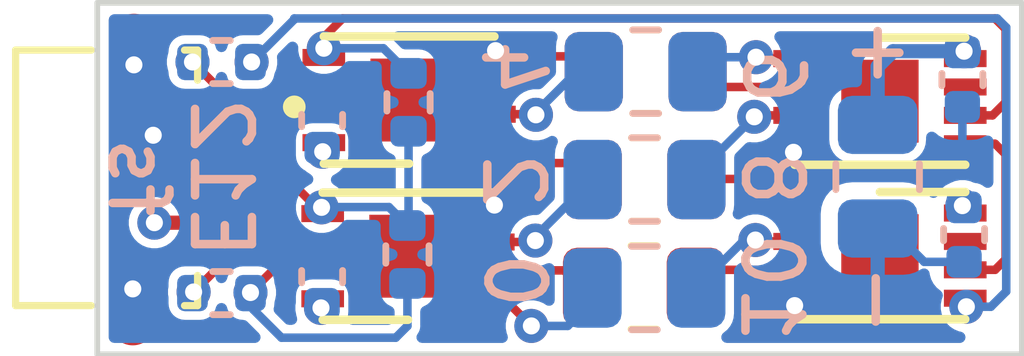
<source format=kicad_pcb>
(kicad_pcb (version 20171130) (host pcbnew "(5.1.12)-1")

  (general
    (thickness 0.8)
    (drawings 20)
    (tracks 123)
    (zones 0)
    (modules 20)
    (nets 22)
  )

  (page A4)
  (title_block
    (title "E12 Module")
    (date 2023-11-11)
    (rev 0)
    (company "Frank Schumacher")
    (comment 1 "12 channel WS2811")
  )

  (layers
    (0 F.Cu signal)
    (1 In1.Cu signal)
    (2 In2.Cu signal)
    (31 B.Cu signal)
    (32 B.Adhes user hide)
    (33 F.Adhes user hide)
    (34 B.Paste user hide)
    (35 F.Paste user hide)
    (36 B.SilkS user)
    (37 F.SilkS user)
    (38 B.Mask user hide)
    (39 F.Mask user hide)
    (40 Dwgs.User user hide)
    (41 Cmts.User user hide)
    (42 Eco1.User user hide)
    (43 Eco2.User user hide)
    (44 Edge.Cuts user)
    (45 Margin user hide)
    (46 B.CrtYd user)
    (47 F.CrtYd user)
    (48 B.Fab user hide)
    (49 F.Fab user hide)
  )

  (setup
    (last_trace_width 0.25)
    (user_trace_width 0.1)
    (user_trace_width 0.15)
    (user_trace_width 0.35)
    (user_trace_width 0.5)
    (user_trace_width 0.8)
    (trace_clearance 0.15)
    (zone_clearance 0.15)
    (zone_45_only yes)
    (trace_min 0.09)
    (via_size 0.8)
    (via_drill 0.4)
    (via_min_size 0.3)
    (via_min_drill 0.2)
    (user_via 0.35 0.2)
    (user_via 0.6 0.3)
    (uvia_size 0.3)
    (uvia_drill 0.1)
    (uvias_allowed no)
    (uvia_min_size 0.2)
    (uvia_min_drill 0.1)
    (edge_width 0.05)
    (segment_width 0.2)
    (pcb_text_width 0.3)
    (pcb_text_size 1.5 1.5)
    (mod_edge_width 0.12)
    (mod_text_size 1 1)
    (mod_text_width 0.15)
    (pad_size 0.56 0.62)
    (pad_drill 0)
    (pad_to_mask_clearance 0.051)
    (solder_mask_min_width 0.08)
    (aux_axis_origin 0 0)
    (visible_elements 7FFFFFFF)
    (pcbplotparams
      (layerselection 0x010fc_ffffffff)
      (usegerberextensions true)
      (usegerberattributes false)
      (usegerberadvancedattributes false)
      (creategerberjobfile false)
      (excludeedgelayer true)
      (linewidth 0.150000)
      (plotframeref false)
      (viasonmask false)
      (mode 1)
      (useauxorigin false)
      (hpglpennumber 1)
      (hpglpenspeed 20)
      (hpglpendiameter 15.000000)
      (psnegative false)
      (psa4output false)
      (plotreference false)
      (plotvalue false)
      (plotinvisibletext false)
      (padsonsilk false)
      (subtractmaskfromsilk true)
      (outputformat 1)
      (mirror false)
      (drillshape 0)
      (scaleselection 1)
      (outputdirectory "Plot/"))
  )

  (net 0 "")
  (net 1 GND)
  (net 2 DI)
  (net 3 DO)
  (net 4 VDD)
  (net 5 OUT0)
  (net 6 OUT1)
  (net 7 OUT2)
  (net 8 OUT3)
  (net 9 OUT4)
  (net 10 OUT5)
  (net 11 OUT6)
  (net 12 OUT7)
  (net 13 OUT8)
  (net 14 OUT9)
  (net 15 OUT10)
  (net 16 OUT11)
  (net 17 "Net-(J3-Pad6)")
  (net 18 "Net-(J3-Pad1)")
  (net 19 "Net-(U3-Pad5)")
  (net 20 "Net-(R10-Pad1)")
  (net 21 "Net-(R11-Pad1)")

  (net_class Default "This is the default net class."
    (clearance 0.15)
    (trace_width 0.25)
    (via_dia 0.8)
    (via_drill 0.4)
    (uvia_dia 0.3)
    (uvia_drill 0.1)
    (add_net DI)
    (add_net DO)
    (add_net GND)
    (add_net "Net-(J3-Pad1)")
    (add_net "Net-(J3-Pad6)")
    (add_net "Net-(R10-Pad1)")
    (add_net "Net-(R11-Pad1)")
    (add_net "Net-(U3-Pad5)")
    (add_net OUT0)
    (add_net OUT1)
    (add_net OUT10)
    (add_net OUT11)
    (add_net OUT2)
    (add_net OUT3)
    (add_net OUT4)
    (add_net OUT5)
    (add_net OUT6)
    (add_net OUT7)
    (add_net OUT8)
    (add_net OUT9)
    (add_net VDD)
  )

  (module RTB_parts:AMPHENOL_59453-061110EDHLF (layer F.Cu) (tedit 654DFB8A) (tstamp 654F13DB)
    (at 134.93 93.92 270)
    (path /654E38A3)
    (attr smd)
    (fp_text reference J3 (at 0.635 -5.635 90) (layer F.SilkS) hide
      (effects (font (size 1 1) (thickness 0.15)))
    )
    (fp_text value 59453-061110EDHLF (at 0.0508 3.6322 90) (layer F.Fab)
      (effects (font (size 1 1) (thickness 0.15)))
    )
    (fp_poly (pts (xy 1.05 -2.6) (xy 1.45 -2.6) (xy 1.45 -1.1) (xy 1.05 -1.1)) (layer F.Mask) (width 0.01))
    (fp_poly (pts (xy 0.55 -2.6) (xy 0.95 -2.6) (xy 0.95 -1.1) (xy 0.55 -1.1)) (layer F.Mask) (width 0.01))
    (fp_poly (pts (xy 0.05 -2.6) (xy 0.45 -2.6) (xy 0.45 -1.1) (xy 0.05 -1.1)) (layer F.Mask) (width 0.01))
    (fp_poly (pts (xy -0.45 -2.6) (xy -0.05 -2.6) (xy -0.05 -1.1) (xy -0.45 -1.1)) (layer F.Mask) (width 0.01))
    (fp_poly (pts (xy -0.95 -2.6) (xy -0.55 -2.6) (xy -0.55 -1.1) (xy -0.95 -1.1)) (layer F.Mask) (width 0.01))
    (fp_poly (pts (xy -1.45 -2.6) (xy -1.05 -2.6) (xy -1.05 -1.1) (xy -1.45 -1.1)) (layer F.Mask) (width 0.01))
    (fp_line (start 2.5 -2.8) (end -2.5 -2.8) (layer F.CrtYd) (width 0.05))
    (fp_line (start -2.25 -1.45) (end 2.25 -1.45) (layer F.Fab) (width 0.127))
    (fp_circle (center -1.25 -3.15) (end -1.15 -3.15) (layer F.Fab) (width 0.2))
    (fp_circle (center -1.25 -3.15) (end -1.15 -3.15) (layer F.SilkS) (width 0.2))
    (fp_line (start 2.5 2) (end 2.5 -2.8) (layer F.CrtYd) (width 0.05))
    (fp_line (start -2.5 2) (end 2.5 2) (layer F.CrtYd) (width 0.05))
    (fp_line (start -2.5 -2.8) (end -2.5 2) (layer F.CrtYd) (width 0.05))
    (fp_line (start 2.25 1.75) (end -2.25 1.75) (layer F.SilkS) (width 0.127))
    (fp_line (start 1.72 -1.45) (end 2.25 -1.45) (layer F.SilkS) (width 0.127))
    (fp_line (start -2.25 -1.45) (end -1.72 -1.45) (layer F.SilkS) (width 0.127))
    (fp_line (start 2.25 1.75) (end 2.25 0.42) (layer F.SilkS) (width 0.127))
    (fp_line (start 2.25 -1.45) (end 2.25 -1.22) (layer F.SilkS) (width 0.127))
    (fp_line (start -2.25 1.75) (end -2.25 0.42) (layer F.SilkS) (width 0.127))
    (fp_line (start -2.25 -1.22) (end -2.25 -1.45) (layer F.SilkS) (width 0.127))
    (fp_line (start -2.25 -1.75) (end 2.25 -1.75) (layer F.Fab) (width 0.127))
    (fp_line (start 2.25 1.75) (end -2.25 1.75) (layer F.Fab) (width 0.127))
    (fp_line (start 2.25 -1.45) (end 2.25 1.75) (layer F.Fab) (width 0.127))
    (fp_line (start 2.25 -1.75) (end 2.25 -1.45) (layer F.Fab) (width 0.127))
    (fp_line (start -2.25 -1.45) (end -2.25 -1.75) (layer F.Fab) (width 0.127))
    (fp_line (start -2.25 1.75) (end -2.25 -1.45) (layer F.Fab) (width 0.127))
    (pad 6 smd rect (at 1.25 -1.85 270) (size 0.3 1.4) (layers F.Cu F.Paste)
      (net 17 "Net-(J3-Pad6)"))
    (pad 5 smd rect (at 0.75 -1.85 270) (size 0.3 1.4) (layers F.Cu F.Paste)
      (net 4 VDD))
    (pad 8 smd rect (at 1.99 -0.4 270) (size 0.52 1) (layers F.Cu F.Paste F.Mask)
      (net 1 GND) (solder_mask_margin 0.102))
    (pad 7 smd rect (at -1.99 -0.4 270) (size 0.52 1) (layers F.Cu F.Paste F.Mask)
      (net 1 GND) (solder_mask_margin 0.102))
    (pad 4 smd rect (at 0.25 -1.85 270) (size 0.3 1.4) (layers F.Cu F.Paste))
    (pad 3 smd rect (at -0.25 -1.85 270) (size 0.3 1.4) (layers F.Cu F.Paste))
    (pad 2 smd rect (at -0.75 -1.85 270) (size 0.3 1.4) (layers F.Cu F.Paste)
      (net 1 GND))
    (pad 1 smd rect (at -1.25 -1.85 270) (size 0.3 1.4) (layers F.Cu F.Paste)
      (net 18 "Net-(J3-Pad1)"))
    (model C:/RnD/NMRA/_KiCad/SamacSys/SamacSys_Parts.3dshapes/59453-061110EDHLF.step
      (at (xyz 0 0 0))
      (scale (xyz 1 1 1))
      (rotate (xyz -90 0 0))
    )
  )

  (module Resistor_SMD:R_0402_1005Metric (layer B.Cu) (tedit 5F68FEEE) (tstamp 654FA7D1)
    (at 140.09 92.59 270)
    (descr "Resistor SMD 0402 (1005 Metric), square (rectangular) end terminal, IPC_7351 nominal, (Body size source: IPC-SM-782 page 72, https://www.pcb-3d.com/wordpress/wp-content/uploads/ipc-sm-782a_amendment_1_and_2.pdf), generated with kicad-footprint-generator")
    (tags resistor)
    (path /654F9D54)
    (attr smd)
    (fp_text reference R11 (at 0 1.17 90) (layer B.Fab) hide
      (effects (font (size 1 1) (thickness 0.15)) (justify mirror))
    )
    (fp_text value 0 (at 0 -1.17 90) (layer B.Fab)
      (effects (font (size 1 1) (thickness 0.15)) (justify mirror))
    )
    (fp_line (start 0.93 -0.47) (end -0.93 -0.47) (layer B.CrtYd) (width 0.05))
    (fp_line (start 0.93 0.47) (end 0.93 -0.47) (layer B.CrtYd) (width 0.05))
    (fp_line (start -0.93 0.47) (end 0.93 0.47) (layer B.CrtYd) (width 0.05))
    (fp_line (start -0.93 -0.47) (end -0.93 0.47) (layer B.CrtYd) (width 0.05))
    (fp_line (start -0.153641 -0.38) (end 0.153641 -0.38) (layer B.SilkS) (width 0.12))
    (fp_line (start -0.153641 0.38) (end 0.153641 0.38) (layer B.SilkS) (width 0.12))
    (fp_line (start 0.525 -0.27) (end -0.525 -0.27) (layer B.Fab) (width 0.1))
    (fp_line (start 0.525 0.27) (end 0.525 -0.27) (layer B.Fab) (width 0.1))
    (fp_line (start -0.525 0.27) (end 0.525 0.27) (layer B.Fab) (width 0.1))
    (fp_line (start -0.525 -0.27) (end -0.525 0.27) (layer B.Fab) (width 0.1))
    (fp_text user %R (at 0 0 90) (layer B.Fab)
      (effects (font (size 0.26 0.26) (thickness 0.04)) (justify mirror))
    )
    (pad 2 smd roundrect (at 0.51 0 270) (size 0.54 0.64) (layers B.Cu B.Paste B.Mask) (roundrect_rratio 0.25)
      (net 20 "Net-(R10-Pad1)"))
    (pad 1 smd roundrect (at -0.51 0 270) (size 0.54 0.64) (layers B.Cu B.Paste B.Mask) (roundrect_rratio 0.25)
      (net 21 "Net-(R11-Pad1)"))
    (model ${KISYS3DMOD}/Resistor_SMD.3dshapes/R_0402_1005Metric.wrl_
      (at (xyz 0 0 0))
      (scale (xyz 1 1 1))
      (rotate (xyz 0 0 0))
    )
  )

  (module Resistor_SMD:R_0402_1005Metric (layer B.Cu) (tedit 5F68FEEE) (tstamp 654FA198)
    (at 140.07 95.27 270)
    (descr "Resistor SMD 0402 (1005 Metric), square (rectangular) end terminal, IPC_7351 nominal, (Body size source: IPC-SM-782 page 72, https://www.pcb-3d.com/wordpress/wp-content/uploads/ipc-sm-782a_amendment_1_and_2.pdf), generated with kicad-footprint-generator")
    (tags resistor)
    (path /654F4F83)
    (attr smd)
    (fp_text reference R10 (at 0 1.17 90) (layer B.Fab) hide
      (effects (font (size 1 1) (thickness 0.15)) (justify mirror))
    )
    (fp_text value 0 (at 0 -1.17 90) (layer B.Fab)
      (effects (font (size 1 1) (thickness 0.15)) (justify mirror))
    )
    (fp_line (start 0.93 -0.47) (end -0.93 -0.47) (layer B.CrtYd) (width 0.05))
    (fp_line (start 0.93 0.47) (end 0.93 -0.47) (layer B.CrtYd) (width 0.05))
    (fp_line (start -0.93 0.47) (end 0.93 0.47) (layer B.CrtYd) (width 0.05))
    (fp_line (start -0.93 -0.47) (end -0.93 0.47) (layer B.CrtYd) (width 0.05))
    (fp_line (start -0.153641 -0.38) (end 0.153641 -0.38) (layer B.SilkS) (width 0.12))
    (fp_line (start -0.153641 0.38) (end 0.153641 0.38) (layer B.SilkS) (width 0.12))
    (fp_line (start 0.525 -0.27) (end -0.525 -0.27) (layer B.Fab) (width 0.1))
    (fp_line (start 0.525 0.27) (end 0.525 -0.27) (layer B.Fab) (width 0.1))
    (fp_line (start -0.525 0.27) (end 0.525 0.27) (layer B.Fab) (width 0.1))
    (fp_line (start -0.525 -0.27) (end -0.525 0.27) (layer B.Fab) (width 0.1))
    (fp_text user %R (at 0 0 90) (layer B.Fab)
      (effects (font (size 0.26 0.26) (thickness 0.04)) (justify mirror))
    )
    (pad 2 smd roundrect (at 0.51 0 270) (size 0.54 0.64) (layers B.Cu B.Paste B.Mask) (roundrect_rratio 0.25)
      (net 2 DI))
    (pad 1 smd roundrect (at -0.51 0 270) (size 0.54 0.64) (layers B.Cu B.Paste B.Mask) (roundrect_rratio 0.25)
      (net 20 "Net-(R10-Pad1)"))
    (model ${KISYS3DMOD}/Resistor_SMD.3dshapes/R_0402_1005Metric.wrl_
      (at (xyz 0 0 0))
      (scale (xyz 1 1 1))
      (rotate (xyz 0 0 0))
    )
  )

  (module Capacitor_SMD:C_0402_1005Metric (layer B.Cu) (tedit 5F68FEEE) (tstamp 654DF51F)
    (at 149.83 92.19 270)
    (descr "Capacitor SMD 0402 (1005 Metric), square (rectangular) end terminal, IPC_7351 nominal, (Body size source: IPC-SM-782 page 76, https://www.pcb-3d.com/wordpress/wp-content/uploads/ipc-sm-782a_amendment_1_and_2.pdf), generated with kicad-footprint-generator")
    (tags capacitor)
    (path /6557983D)
    (attr smd)
    (fp_text reference C4 (at 0 1.16 90) (layer B.Fab) hide
      (effects (font (size 1 1) (thickness 0.15)) (justify mirror))
    )
    (fp_text value 100n (at 0 -1.16 90) (layer B.Fab)
      (effects (font (size 1 1) (thickness 0.15)) (justify mirror))
    )
    (fp_line (start 0.91 -0.46) (end -0.91 -0.46) (layer B.CrtYd) (width 0.05))
    (fp_line (start 0.91 0.46) (end 0.91 -0.46) (layer B.CrtYd) (width 0.05))
    (fp_line (start -0.91 0.46) (end 0.91 0.46) (layer B.CrtYd) (width 0.05))
    (fp_line (start -0.91 -0.46) (end -0.91 0.46) (layer B.CrtYd) (width 0.05))
    (fp_line (start -0.107836 -0.36) (end 0.107836 -0.36) (layer B.SilkS) (width 0.12))
    (fp_line (start -0.107836 0.36) (end 0.107836 0.36) (layer B.SilkS) (width 0.12))
    (fp_line (start 0.5 -0.25) (end -0.5 -0.25) (layer B.Fab) (width 0.1))
    (fp_line (start 0.5 0.25) (end 0.5 -0.25) (layer B.Fab) (width 0.1))
    (fp_line (start -0.5 0.25) (end 0.5 0.25) (layer B.Fab) (width 0.1))
    (fp_line (start -0.5 -0.25) (end -0.5 0.25) (layer B.Fab) (width 0.1))
    (fp_text user %R (at 0 0 90) (layer B.Fab)
      (effects (font (size 0.25 0.25) (thickness 0.04)) (justify mirror))
    )
    (pad 2 smd roundrect (at 0.48 0 270) (size 0.56 0.62) (layers B.Cu B.Paste B.Mask) (roundrect_rratio 0.25)
      (net 1 GND))
    (pad 1 smd roundrect (at -0.48 0 270) (size 0.56 0.62) (layers B.Cu B.Paste B.Mask) (roundrect_rratio 0.25)
      (net 4 VDD))
    (model ${KISYS3DMOD}/Capacitor_SMD.3dshapes/C_0402_1005Metric.wrl
      (at (xyz 0 0 0))
      (scale (xyz 1 1 1))
      (rotate (xyz 0 0 0))
    )
  )

  (module Package_DFN_QFN:DFN-8-1EP_3x2mm_P0.5mm_EP1.36x1.46mm (layer F.Cu) (tedit 5EA4BD86) (tstamp 654F6A81)
    (at 140.1 92.55 180)
    (descr "8-Lead Plastic Dual Flat, No Lead Package (8MA2) - 2x3x0.6 mm Body (http://ww1.microchip.com/downloads/en/DeviceDoc/20005010F.pdf)")
    (tags "DFN 0.5")
    (path /65543782)
    (attr smd)
    (fp_text reference U2 (at 0 -2.05) (layer F.Fab) hide
      (effects (font (size 1 1) (thickness 0.15)))
    )
    (fp_text value WS2811 (at 0 2.05) (layer F.Fab)
      (effects (font (size 1 1) (thickness 0.15)))
    )
    (fp_line (start -0.5 -1) (end 1.5 -1) (layer F.Fab) (width 0.15))
    (fp_line (start 1.5 -1) (end 1.5 1) (layer F.Fab) (width 0.15))
    (fp_line (start 1.5 1) (end -1.5 1) (layer F.Fab) (width 0.15))
    (fp_line (start -1.5 1) (end -1.5 0) (layer F.Fab) (width 0.15))
    (fp_line (start -1.5 0) (end -0.5 -1) (layer F.Fab) (width 0.15))
    (fp_line (start -2.13 -1.25) (end -2.13 1.25) (layer F.CrtYd) (width 0.05))
    (fp_line (start 2.13 -1.25) (end 2.13 1.25) (layer F.CrtYd) (width 0.05))
    (fp_line (start -2.13 -1.25) (end 2.13 -1.25) (layer F.CrtYd) (width 0.05))
    (fp_line (start -2.13 1.25) (end 2.13 1.25) (layer F.CrtYd) (width 0.05))
    (fp_line (start -1.5 1.12) (end 1.5 1.12) (layer F.SilkS) (width 0.15))
    (fp_line (start 0 -1.12) (end 1.5 -1.12) (layer F.SilkS) (width 0.15))
    (fp_text user %R (at 0 0) (layer F.Fab)
      (effects (font (size 0.7 0.7) (thickness 0.105)))
    )
    (pad "" smd rect (at 0.325 0.375 180) (size 0.5 0.6) (layers F.Paste))
    (pad "" smd rect (at 0.325 -0.375 180) (size 0.5 0.6) (layers F.Paste))
    (pad "" smd rect (at -0.325 0.375 180) (size 0.5 0.6) (layers F.Paste))
    (pad "" smd rect (at -0.325 -0.375 180) (size 0.5 0.6) (layers F.Paste))
    (pad 9 smd rect (at 0 0 180) (size 1.36 1.46) (layers F.Cu F.Mask))
    (pad 8 smd rect (at 1.5 -0.75 180) (size 0.75 0.3) (layers F.Cu F.Paste F.Mask)
      (net 4 VDD))
    (pad 7 smd rect (at 1.5 -0.25 180) (size 0.75 0.3) (layers F.Cu F.Paste F.Mask))
    (pad 6 smd rect (at 1.5 0.25 180) (size 0.75 0.3) (layers F.Cu F.Paste F.Mask)
      (net 20 "Net-(R10-Pad1)"))
    (pad 5 smd rect (at 1.5 0.75 180) (size 0.75 0.3) (layers F.Cu F.Paste F.Mask)
      (net 21 "Net-(R11-Pad1)"))
    (pad 4 smd rect (at -1.5 0.75 180) (size 0.75 0.3) (layers F.Cu F.Paste F.Mask)
      (net 1 GND))
    (pad 3 smd rect (at -1.5 0.25 180) (size 0.75 0.3) (layers F.Cu F.Paste F.Mask)
      (net 10 OUT5))
    (pad 2 smd rect (at -1.5 -0.25 180) (size 0.75 0.3) (layers F.Cu F.Paste F.Mask)
      (net 9 OUT4))
    (pad 1 smd rect (at -1.5 -0.75 180) (size 0.75 0.3) (layers F.Cu F.Paste F.Mask)
      (net 8 OUT3))
    (model ${KISYS3DMOD}/Package_DFN_QFN.3dshapes/DFN-8-1EP_3x2mm_P0.5mm_EP1.36x1.46mm.wrl
      (at (xyz 0 0 0))
      (scale (xyz 1 1 1))
      (rotate (xyz 0 0 0))
    )
  )

  (module Package_DFN_QFN:DFN-8-1EP_3x2mm_P0.5mm_EP1.36x1.46mm (layer F.Cu) (tedit 5EA4BD86) (tstamp 654F6ABB)
    (at 148.38 95.29)
    (descr "8-Lead Plastic Dual Flat, No Lead Package (8MA2) - 2x3x0.6 mm Body (http://ww1.microchip.com/downloads/en/DeviceDoc/20005010F.pdf)")
    (tags "DFN 0.5")
    (path /65545D70)
    (attr smd)
    (fp_text reference U4 (at 0 -2.05) (layer F.Fab) hide
      (effects (font (size 1 1) (thickness 0.15)))
    )
    (fp_text value WS2811 (at 0 2.05) (layer F.Fab)
      (effects (font (size 1 1) (thickness 0.15)))
    )
    (fp_line (start -0.5 -1) (end 1.5 -1) (layer F.Fab) (width 0.15))
    (fp_line (start 1.5 -1) (end 1.5 1) (layer F.Fab) (width 0.15))
    (fp_line (start 1.5 1) (end -1.5 1) (layer F.Fab) (width 0.15))
    (fp_line (start -1.5 1) (end -1.5 0) (layer F.Fab) (width 0.15))
    (fp_line (start -1.5 0) (end -0.5 -1) (layer F.Fab) (width 0.15))
    (fp_line (start -2.13 -1.25) (end -2.13 1.25) (layer F.CrtYd) (width 0.05))
    (fp_line (start 2.13 -1.25) (end 2.13 1.25) (layer F.CrtYd) (width 0.05))
    (fp_line (start -2.13 -1.25) (end 2.13 -1.25) (layer F.CrtYd) (width 0.05))
    (fp_line (start -2.13 1.25) (end 2.13 1.25) (layer F.CrtYd) (width 0.05))
    (fp_line (start -1.5 1.12) (end 1.5 1.12) (layer F.SilkS) (width 0.15))
    (fp_line (start 0 -1.12) (end 1.5 -1.12) (layer F.SilkS) (width 0.15))
    (fp_text user %R (at 0 0) (layer F.Fab)
      (effects (font (size 0.7 0.7) (thickness 0.105)))
    )
    (pad "" smd rect (at 0.325 0.375) (size 0.5 0.6) (layers F.Paste))
    (pad "" smd rect (at 0.325 -0.375) (size 0.5 0.6) (layers F.Paste))
    (pad "" smd rect (at -0.325 0.375) (size 0.5 0.6) (layers F.Paste))
    (pad "" smd rect (at -0.325 -0.375) (size 0.5 0.6) (layers F.Paste))
    (pad 9 smd rect (at 0 0) (size 1.36 1.46) (layers F.Cu F.Mask))
    (pad 8 smd rect (at 1.5 -0.75) (size 0.75 0.3) (layers F.Cu F.Paste F.Mask)
      (net 4 VDD))
    (pad 7 smd rect (at 1.5 -0.25) (size 0.75 0.3) (layers F.Cu F.Paste F.Mask))
    (pad 6 smd rect (at 1.5 0.25) (size 0.75 0.3) (layers F.Cu F.Paste F.Mask)
      (net 19 "Net-(U3-Pad5)"))
    (pad 5 smd rect (at 1.5 0.75) (size 0.75 0.3) (layers F.Cu F.Paste F.Mask)
      (net 3 DO))
    (pad 4 smd rect (at -1.5 0.75) (size 0.75 0.3) (layers F.Cu F.Paste F.Mask)
      (net 1 GND))
    (pad 3 smd rect (at -1.5 0.25) (size 0.75 0.3) (layers F.Cu F.Paste F.Mask)
      (net 16 OUT11))
    (pad 2 smd rect (at -1.5 -0.25) (size 0.75 0.3) (layers F.Cu F.Paste F.Mask)
      (net 15 OUT10))
    (pad 1 smd rect (at -1.5 -0.75) (size 0.75 0.3) (layers F.Cu F.Paste F.Mask)
      (net 14 OUT9))
    (model ${KISYS3DMOD}/Package_DFN_QFN.3dshapes/DFN-8-1EP_3x2mm_P0.5mm_EP1.36x1.46mm.wrl
      (at (xyz 0 0 0))
      (scale (xyz 1 1 1))
      (rotate (xyz 0 0 0))
    )
  )

  (module Package_DFN_QFN:DFN-8-1EP_3x2mm_P0.5mm_EP1.36x1.46mm (layer F.Cu) (tedit 5EA4BD86) (tstamp 654F6A9E)
    (at 148.38 92.57)
    (descr "8-Lead Plastic Dual Flat, No Lead Package (8MA2) - 2x3x0.6 mm Body (http://ww1.microchip.com/downloads/en/DeviceDoc/20005010F.pdf)")
    (tags "DFN 0.5")
    (path /65544DD8)
    (attr smd)
    (fp_text reference U3 (at 0 -2.05) (layer F.Fab) hide
      (effects (font (size 1 1) (thickness 0.15)))
    )
    (fp_text value WS2811 (at 0 2.05) (layer F.Fab)
      (effects (font (size 1 1) (thickness 0.15)))
    )
    (fp_line (start -0.5 -1) (end 1.5 -1) (layer F.Fab) (width 0.15))
    (fp_line (start 1.5 -1) (end 1.5 1) (layer F.Fab) (width 0.15))
    (fp_line (start 1.5 1) (end -1.5 1) (layer F.Fab) (width 0.15))
    (fp_line (start -1.5 1) (end -1.5 0) (layer F.Fab) (width 0.15))
    (fp_line (start -1.5 0) (end -0.5 -1) (layer F.Fab) (width 0.15))
    (fp_line (start -2.13 -1.25) (end -2.13 1.25) (layer F.CrtYd) (width 0.05))
    (fp_line (start 2.13 -1.25) (end 2.13 1.25) (layer F.CrtYd) (width 0.05))
    (fp_line (start -2.13 -1.25) (end 2.13 -1.25) (layer F.CrtYd) (width 0.05))
    (fp_line (start -2.13 1.25) (end 2.13 1.25) (layer F.CrtYd) (width 0.05))
    (fp_line (start -1.5 1.12) (end 1.5 1.12) (layer F.SilkS) (width 0.15))
    (fp_line (start 0 -1.12) (end 1.5 -1.12) (layer F.SilkS) (width 0.15))
    (fp_text user %R (at 0 0) (layer F.Fab)
      (effects (font (size 0.7 0.7) (thickness 0.105)))
    )
    (pad "" smd rect (at 0.325 0.375) (size 0.5 0.6) (layers F.Paste))
    (pad "" smd rect (at 0.325 -0.375) (size 0.5 0.6) (layers F.Paste))
    (pad "" smd rect (at -0.325 0.375) (size 0.5 0.6) (layers F.Paste))
    (pad "" smd rect (at -0.325 -0.375) (size 0.5 0.6) (layers F.Paste))
    (pad 9 smd rect (at 0 0) (size 1.36 1.46) (layers F.Cu F.Mask))
    (pad 8 smd rect (at 1.5 -0.75) (size 0.75 0.3) (layers F.Cu F.Paste F.Mask)
      (net 4 VDD))
    (pad 7 smd rect (at 1.5 -0.25) (size 0.75 0.3) (layers F.Cu F.Paste F.Mask))
    (pad 6 smd rect (at 1.5 0.25) (size 0.75 0.3) (layers F.Cu F.Paste F.Mask)
      (net 21 "Net-(R11-Pad1)"))
    (pad 5 smd rect (at 1.5 0.75) (size 0.75 0.3) (layers F.Cu F.Paste F.Mask)
      (net 19 "Net-(U3-Pad5)"))
    (pad 4 smd rect (at -1.5 0.75) (size 0.75 0.3) (layers F.Cu F.Paste F.Mask)
      (net 1 GND))
    (pad 3 smd rect (at -1.5 0.25) (size 0.75 0.3) (layers F.Cu F.Paste F.Mask)
      (net 13 OUT8))
    (pad 2 smd rect (at -1.5 -0.25) (size 0.75 0.3) (layers F.Cu F.Paste F.Mask)
      (net 12 OUT7))
    (pad 1 smd rect (at -1.5 -0.75) (size 0.75 0.3) (layers F.Cu F.Paste F.Mask)
      (net 11 OUT6))
    (model ${KISYS3DMOD}/Package_DFN_QFN.3dshapes/DFN-8-1EP_3x2mm_P0.5mm_EP1.36x1.46mm.wrl
      (at (xyz 0 0 0))
      (scale (xyz 1 1 1))
      (rotate (xyz 0 0 0))
    )
  )

  (module Resistor_SMD:R_0402_1005Metric (layer B.Cu) (tedit 5F68FEEE) (tstamp 654F6A0C)
    (at 136.8 95.95 180)
    (descr "Resistor SMD 0402 (1005 Metric), square (rectangular) end terminal, IPC_7351 nominal, (Body size source: IPC-SM-782 page 72, https://www.pcb-3d.com/wordpress/wp-content/uploads/ipc-sm-782a_amendment_1_and_2.pdf), generated with kicad-footprint-generator")
    (tags resistor)
    (path /65551B20)
    (attr smd)
    (fp_text reference R8 (at 0 1.17) (layer B.Fab) hide
      (effects (font (size 1 1) (thickness 0.15)) (justify mirror))
    )
    (fp_text value 160 (at 0 -1.17) (layer B.Fab)
      (effects (font (size 1 1) (thickness 0.15)) (justify mirror))
    )
    (fp_line (start -0.525 -0.27) (end -0.525 0.27) (layer B.Fab) (width 0.1))
    (fp_line (start -0.525 0.27) (end 0.525 0.27) (layer B.Fab) (width 0.1))
    (fp_line (start 0.525 0.27) (end 0.525 -0.27) (layer B.Fab) (width 0.1))
    (fp_line (start 0.525 -0.27) (end -0.525 -0.27) (layer B.Fab) (width 0.1))
    (fp_line (start -0.153641 0.38) (end 0.153641 0.38) (layer B.SilkS) (width 0.12))
    (fp_line (start -0.153641 -0.38) (end 0.153641 -0.38) (layer B.SilkS) (width 0.12))
    (fp_line (start -0.93 -0.47) (end -0.93 0.47) (layer B.CrtYd) (width 0.05))
    (fp_line (start -0.93 0.47) (end 0.93 0.47) (layer B.CrtYd) (width 0.05))
    (fp_line (start 0.93 0.47) (end 0.93 -0.47) (layer B.CrtYd) (width 0.05))
    (fp_line (start 0.93 -0.47) (end -0.93 -0.47) (layer B.CrtYd) (width 0.05))
    (fp_text user %R (at 0 0) (layer B.Fab)
      (effects (font (size 0.26 0.26) (thickness 0.04)) (justify mirror))
    )
    (pad 2 smd roundrect (at 0.51 0 180) (size 0.54 0.64) (layers B.Cu B.Paste B.Mask) (roundrect_rratio 0.25)
      (net 17 "Net-(J3-Pad6)"))
    (pad 1 smd roundrect (at -0.51 0 180) (size 0.54 0.64) (layers B.Cu B.Paste B.Mask) (roundrect_rratio 0.25)
      (net 2 DI))
    (model ${KISYS3DMOD}/Resistor_SMD.3dshapes/R_0402_1005Metric.wrl
      (at (xyz 0 0 0))
      (scale (xyz 1 1 1))
      (rotate (xyz 0 0 0))
    )
  )

  (module Resistor_SMD:R_0402_1005Metric (layer B.Cu) (tedit 5F68FEEE) (tstamp 654F69FB)
    (at 136.8 91.88 180)
    (descr "Resistor SMD 0402 (1005 Metric), square (rectangular) end terminal, IPC_7351 nominal, (Body size source: IPC-SM-782 page 72, https://www.pcb-3d.com/wordpress/wp-content/uploads/ipc-sm-782a_amendment_1_and_2.pdf), generated with kicad-footprint-generator")
    (tags resistor)
    (path /655511EE)
    (attr smd)
    (fp_text reference R7 (at 0 1.17) (layer B.Fab) hide
      (effects (font (size 1 1) (thickness 0.15)) (justify mirror))
    )
    (fp_text value 160 (at 0 -1.17) (layer B.Fab)
      (effects (font (size 1 1) (thickness 0.15)) (justify mirror))
    )
    (fp_line (start -0.525 -0.27) (end -0.525 0.27) (layer B.Fab) (width 0.1))
    (fp_line (start -0.525 0.27) (end 0.525 0.27) (layer B.Fab) (width 0.1))
    (fp_line (start 0.525 0.27) (end 0.525 -0.27) (layer B.Fab) (width 0.1))
    (fp_line (start 0.525 -0.27) (end -0.525 -0.27) (layer B.Fab) (width 0.1))
    (fp_line (start -0.153641 0.38) (end 0.153641 0.38) (layer B.SilkS) (width 0.12))
    (fp_line (start -0.153641 -0.38) (end 0.153641 -0.38) (layer B.SilkS) (width 0.12))
    (fp_line (start -0.93 -0.47) (end -0.93 0.47) (layer B.CrtYd) (width 0.05))
    (fp_line (start -0.93 0.47) (end 0.93 0.47) (layer B.CrtYd) (width 0.05))
    (fp_line (start 0.93 0.47) (end 0.93 -0.47) (layer B.CrtYd) (width 0.05))
    (fp_line (start 0.93 -0.47) (end -0.93 -0.47) (layer B.CrtYd) (width 0.05))
    (fp_text user %R (at 0 0) (layer B.Fab)
      (effects (font (size 0.26 0.26) (thickness 0.04)) (justify mirror))
    )
    (pad 2 smd roundrect (at 0.51 0 180) (size 0.54 0.64) (layers B.Cu B.Paste B.Mask) (roundrect_rratio 0.25)
      (net 18 "Net-(J3-Pad1)"))
    (pad 1 smd roundrect (at -0.51 0 180) (size 0.54 0.64) (layers B.Cu B.Paste B.Mask) (roundrect_rratio 0.25)
      (net 3 DO))
    (model ${KISYS3DMOD}/Resistor_SMD.3dshapes/R_0402_1005Metric.wrl
      (at (xyz 0 0 0))
      (scale (xyz 1 1 1))
      (rotate (xyz 0 0 0))
    )
  )

  (module Package_DFN_QFN:DFN-8-1EP_3x2mm_P0.5mm_EP1.36x1.46mm (layer F.Cu) (tedit 5EA4BD86) (tstamp 654F6445)
    (at 140.08 95.3 180)
    (descr "8-Lead Plastic Dual Flat, No Lead Package (8MA2) - 2x3x0.6 mm Body (http://ww1.microchip.com/downloads/en/DeviceDoc/20005010F.pdf)")
    (tags "DFN 0.5")
    (path /65539D33)
    (attr smd)
    (fp_text reference U1 (at 0 -2.05) (layer F.Fab) hide
      (effects (font (size 1 1) (thickness 0.15)))
    )
    (fp_text value WS2811 (at 0 2.05) (layer F.Fab)
      (effects (font (size 1 1) (thickness 0.15)))
    )
    (fp_line (start -0.5 -1) (end 1.5 -1) (layer F.Fab) (width 0.15))
    (fp_line (start 1.5 -1) (end 1.5 1) (layer F.Fab) (width 0.15))
    (fp_line (start 1.5 1) (end -1.5 1) (layer F.Fab) (width 0.15))
    (fp_line (start -1.5 1) (end -1.5 0) (layer F.Fab) (width 0.15))
    (fp_line (start -1.5 0) (end -0.5 -1) (layer F.Fab) (width 0.15))
    (fp_line (start -2.13 -1.25) (end -2.13 1.25) (layer F.CrtYd) (width 0.05))
    (fp_line (start 2.13 -1.25) (end 2.13 1.25) (layer F.CrtYd) (width 0.05))
    (fp_line (start -2.13 -1.25) (end 2.13 -1.25) (layer F.CrtYd) (width 0.05))
    (fp_line (start -2.13 1.25) (end 2.13 1.25) (layer F.CrtYd) (width 0.05))
    (fp_line (start -1.5 1.12) (end 1.5 1.12) (layer F.SilkS) (width 0.15))
    (fp_line (start 0 -1.12) (end 1.5 -1.12) (layer F.SilkS) (width 0.15))
    (fp_text user %R (at 0 0) (layer F.Fab)
      (effects (font (size 0.7 0.7) (thickness 0.105)))
    )
    (pad "" smd rect (at 0.325 0.375 180) (size 0.5 0.6) (layers F.Paste))
    (pad "" smd rect (at 0.325 -0.375 180) (size 0.5 0.6) (layers F.Paste))
    (pad "" smd rect (at -0.325 0.375 180) (size 0.5 0.6) (layers F.Paste))
    (pad "" smd rect (at -0.325 -0.375 180) (size 0.5 0.6) (layers F.Paste))
    (pad 9 smd rect (at 0 0 180) (size 1.36 1.46) (layers F.Cu F.Mask))
    (pad 8 smd rect (at 1.5 -0.75 180) (size 0.75 0.3) (layers F.Cu F.Paste F.Mask)
      (net 4 VDD))
    (pad 7 smd rect (at 1.5 -0.25 180) (size 0.75 0.3) (layers F.Cu F.Paste F.Mask))
    (pad 6 smd rect (at 1.5 0.25 180) (size 0.75 0.3) (layers F.Cu F.Paste F.Mask)
      (net 2 DI))
    (pad 5 smd rect (at 1.5 0.75 180) (size 0.75 0.3) (layers F.Cu F.Paste F.Mask)
      (net 20 "Net-(R10-Pad1)"))
    (pad 4 smd rect (at -1.5 0.75 180) (size 0.75 0.3) (layers F.Cu F.Paste F.Mask)
      (net 1 GND))
    (pad 3 smd rect (at -1.5 0.25 180) (size 0.75 0.3) (layers F.Cu F.Paste F.Mask)
      (net 7 OUT2))
    (pad 2 smd rect (at -1.5 -0.25 180) (size 0.75 0.3) (layers F.Cu F.Paste F.Mask)
      (net 6 OUT1))
    (pad 1 smd rect (at -1.5 -0.75 180) (size 0.75 0.3) (layers F.Cu F.Paste F.Mask)
      (net 5 OUT0))
    (model ${KISYS3DMOD}/Package_DFN_QFN.3dshapes/DFN-8-1EP_3x2mm_P0.5mm_EP1.36x1.46mm.wrl
      (at (xyz 0 0 0))
      (scale (xyz 1 1 1))
      (rotate (xyz 0 0 0))
    )
  )

  (module Resistor_SMD:R_0805_2012Metric (layer B.Cu) (tedit 5F68FEEE) (tstamp 654CB203)
    (at 148.34 93.9 270)
    (descr "Resistor SMD 0805 (2012 Metric), square (rectangular) end terminal, IPC_7351 nominal, (Body size source: IPC-SM-782 page 72, https://www.pcb-3d.com/wordpress/wp-content/uploads/ipc-sm-782a_amendment_1_and_2.pdf), generated with kicad-footprint-generator")
    (tags resistor)
    (path /654D6995)
    (attr smd)
    (fp_text reference R9 (at 0 1.65 90) (layer B.Fab) hide
      (effects (font (size 1 1) (thickness 0.15)) (justify mirror))
    )
    (fp_text value n.f. (at 0 -1.65 90) (layer B.Fab)
      (effects (font (size 1 1) (thickness 0.15)) (justify mirror))
    )
    (fp_line (start 1.68 -0.95) (end -1.68 -0.95) (layer B.CrtYd) (width 0.05))
    (fp_line (start 1.68 0.95) (end 1.68 -0.95) (layer B.CrtYd) (width 0.05))
    (fp_line (start -1.68 0.95) (end 1.68 0.95) (layer B.CrtYd) (width 0.05))
    (fp_line (start -1.68 -0.95) (end -1.68 0.95) (layer B.CrtYd) (width 0.05))
    (fp_line (start -0.227064 -0.735) (end 0.227064 -0.735) (layer B.SilkS) (width 0.12))
    (fp_line (start -0.227064 0.735) (end 0.227064 0.735) (layer B.SilkS) (width 0.12))
    (fp_line (start 1 -0.625) (end -1 -0.625) (layer B.Fab) (width 0.1))
    (fp_line (start 1 0.625) (end 1 -0.625) (layer B.Fab) (width 0.1))
    (fp_line (start -1 0.625) (end 1 0.625) (layer B.Fab) (width 0.1))
    (fp_line (start -1 -0.625) (end -1 0.625) (layer B.Fab) (width 0.1))
    (fp_text user %R (at 0 0 90) (layer B.Fab)
      (effects (font (size 0.5 0.5) (thickness 0.08)) (justify mirror))
    )
    (pad 2 smd roundrect (at 0.9125 0 270) (size 1.025 1.4) (layers B.Cu B.Paste B.Mask) (roundrect_rratio 0.2439004878048781)
      (net 1 GND))
    (pad 1 smd roundrect (at -0.9125 0 270) (size 1.025 1.4) (layers B.Cu B.Paste B.Mask) (roundrect_rratio 0.2439004878048781)
      (net 4 VDD))
    (model ${KISYS3DMOD}/Resistor_SMD.3dshapes/R_0805_2012Metric.wrl_
      (at (xyz 0 0 0))
      (scale (xyz 1 1 1))
      (rotate (xyz 0 0 0))
    )
  )

  (module Capacitor_SMD:C_0402_1005Metric (layer B.Cu) (tedit 654F4ADD) (tstamp 654DEA91)
    (at 149.86 94.92 270)
    (descr "Capacitor SMD 0402 (1005 Metric), square (rectangular) end terminal, IPC_7351 nominal, (Body size source: IPC-SM-782 page 76, https://www.pcb-3d.com/wordpress/wp-content/uploads/ipc-sm-782a_amendment_1_and_2.pdf), generated with kicad-footprint-generator")
    (tags capacitor)
    (path /6557696A)
    (attr smd)
    (fp_text reference C1 (at 0 1.16 90) (layer B.Fab) hide
      (effects (font (size 1 1) (thickness 0.15)) (justify mirror))
    )
    (fp_text value 100n (at 0 -1.16 90) (layer B.Fab)
      (effects (font (size 1 1) (thickness 0.15)) (justify mirror))
    )
    (fp_line (start -0.5 -0.25) (end -0.5 0.25) (layer B.Fab) (width 0.1))
    (fp_line (start -0.5 0.25) (end 0.5 0.25) (layer B.Fab) (width 0.1))
    (fp_line (start 0.5 0.25) (end 0.5 -0.25) (layer B.Fab) (width 0.1))
    (fp_line (start 0.5 -0.25) (end -0.5 -0.25) (layer B.Fab) (width 0.1))
    (fp_line (start -0.107836 0.36) (end 0.107836 0.36) (layer B.SilkS) (width 0.12))
    (fp_line (start -0.107836 -0.36) (end 0.107836 -0.36) (layer B.SilkS) (width 0.12))
    (fp_line (start -0.91 -0.46) (end -0.91 0.46) (layer B.CrtYd) (width 0.05))
    (fp_line (start -0.91 0.46) (end 0.91 0.46) (layer B.CrtYd) (width 0.05))
    (fp_line (start 0.91 0.46) (end 0.91 -0.46) (layer B.CrtYd) (width 0.05))
    (fp_line (start 0.91 -0.46) (end -0.91 -0.46) (layer B.CrtYd) (width 0.05))
    (fp_text user %R (at 0 0 90) (layer B.Fab)
      (effects (font (size 0.25 0.25) (thickness 0.04)) (justify mirror))
    )
    (pad 2 smd roundrect (at 0.48 0 270) (size 0.56 0.62) (layers B.Cu B.Paste B.Mask) (roundrect_rratio 0.25)
      (net 1 GND) (zone_connect 0))
    (pad 1 smd roundrect (at -0.48 0 270) (size 0.56 0.62) (layers B.Cu B.Paste B.Mask) (roundrect_rratio 0.25)
      (net 4 VDD))
    (model ${KISYS3DMOD}/Capacitor_SMD.3dshapes/C_0402_1005Metric.wrl
      (at (xyz 0 0 0))
      (scale (xyz 1 1 1))
      (rotate (xyz 0 0 0))
    )
  )

  (module Capacitor_SMD:C_0402_1005Metric (layer B.Cu) (tedit 654C2B20) (tstamp 6066B916)
    (at 138.57 92.91 90)
    (descr "Capacitor SMD 0402 (1005 Metric), square (rectangular) end terminal, IPC_7351 nominal, (Body size source: IPC-SM-782 page 76, https://www.pcb-3d.com/wordpress/wp-content/uploads/ipc-sm-782a_amendment_1_and_2.pdf), generated with kicad-footprint-generator")
    (tags capacitor)
    (path /60730021)
    (attr smd)
    (fp_text reference C3 (at 0 1.16 90) (layer B.Fab) hide
      (effects (font (size 1 1) (thickness 0.15)) (justify mirror))
    )
    (fp_text value 100n (at 0 -1.16 90) (layer B.Fab)
      (effects (font (size 1 1) (thickness 0.15)) (justify mirror))
    )
    (fp_line (start -0.5 -0.25) (end -0.5 0.25) (layer B.Fab) (width 0.1))
    (fp_line (start -0.5 0.25) (end 0.5 0.25) (layer B.Fab) (width 0.1))
    (fp_line (start 0.5 0.25) (end 0.5 -0.25) (layer B.Fab) (width 0.1))
    (fp_line (start 0.5 -0.25) (end -0.5 -0.25) (layer B.Fab) (width 0.1))
    (fp_line (start -0.107836 0.36) (end 0.107836 0.36) (layer B.SilkS) (width 0.12))
    (fp_line (start -0.107836 -0.36) (end 0.107836 -0.36) (layer B.SilkS) (width 0.12))
    (fp_line (start -0.91 -0.46) (end -0.91 0.46) (layer B.CrtYd) (width 0.05))
    (fp_line (start -0.91 0.46) (end 0.91 0.46) (layer B.CrtYd) (width 0.05))
    (fp_line (start 0.91 0.46) (end 0.91 -0.46) (layer B.CrtYd) (width 0.05))
    (fp_line (start 0.91 -0.46) (end -0.91 -0.46) (layer B.CrtYd) (width 0.05))
    (fp_text user %R (at 0 0 90) (layer B.Fab)
      (effects (font (size 0.25 0.25) (thickness 0.04)) (justify mirror))
    )
    (pad 2 smd roundrect (at 0.48 0 90) (size 0.56 0.62) (layers B.Cu B.Paste B.Mask) (roundrect_rratio 0.25)
      (net 1 GND) (zone_connect 2))
    (pad 1 smd roundrect (at -0.48 0 90) (size 0.56 0.62) (layers B.Cu B.Paste B.Mask) (roundrect_rratio 0.25)
      (net 4 VDD))
    (model ${KISYS3DMOD}/Capacitor_SMD.3dshapes/C_0402_1005Metric.wrl
      (at (xyz 0 0 0))
      (scale (xyz 1 1 1))
      (rotate (xyz 0 0 0))
    )
  )

  (module Resistor_SMD:R_0805_2012Metric (layer B.Cu) (tedit 5F68FEEE) (tstamp 654D0945)
    (at 144.2375 95.86 180)
    (descr "Resistor SMD 0805 (2012 Metric), square (rectangular) end terminal, IPC_7351 nominal, (Body size source: IPC-SM-782 page 72, https://www.pcb-3d.com/wordpress/wp-content/uploads/ipc-sm-782a_amendment_1_and_2.pdf), generated with kicad-footprint-generator")
    (tags resistor)
    (path /65527C3C)
    (attr smd)
    (fp_text reference R6 (at 0 1.65) (layer B.Fab) hide
      (effects (font (size 1 1) (thickness 0.15)) (justify mirror))
    )
    (fp_text value n.f. (at 0 -1.65) (layer F.Fab) hide
      (effects (font (size 1 1) (thickness 0.15)) (justify mirror))
    )
    (fp_line (start 1.68 -0.95) (end -1.68 -0.95) (layer B.CrtYd) (width 0.05))
    (fp_line (start 1.68 0.95) (end 1.68 -0.95) (layer B.CrtYd) (width 0.05))
    (fp_line (start -1.68 0.95) (end 1.68 0.95) (layer B.CrtYd) (width 0.05))
    (fp_line (start -1.68 -0.95) (end -1.68 0.95) (layer B.CrtYd) (width 0.05))
    (fp_line (start -0.227064 -0.735) (end 0.227064 -0.735) (layer B.SilkS) (width 0.12))
    (fp_line (start -0.227064 0.735) (end 0.227064 0.735) (layer B.SilkS) (width 0.12))
    (fp_line (start 1 -0.625) (end -1 -0.625) (layer B.Fab) (width 0.1))
    (fp_line (start 1 0.625) (end 1 -0.625) (layer B.Fab) (width 0.1))
    (fp_line (start -1 0.625) (end 1 0.625) (layer B.Fab) (width 0.1))
    (fp_line (start -1 -0.625) (end -1 0.625) (layer B.Fab) (width 0.1))
    (fp_text user %R (at 0 0) (layer B.Fab)
      (effects (font (size 0.5 0.5) (thickness 0.08)) (justify mirror))
    )
    (pad 2 smd roundrect (at 0.9125 0 180) (size 1.025 1.4) (layers B.Cu B.Paste B.Mask) (roundrect_rratio 0.2439004878048781)
      (net 5 OUT0))
    (pad 1 smd roundrect (at -0.9125 0 180) (size 1.025 1.4) (layers B.Cu B.Paste B.Mask) (roundrect_rratio 0.2439004878048781)
      (net 15 OUT10))
    (model ${KISYS3DMOD}/Resistor_SMD.3dshapes/R_0805_2012Metric.wrl_
      (at (xyz 0 0 0))
      (scale (xyz 1 1 1))
      (rotate (xyz 0 0 0))
    )
  )

  (module Resistor_SMD:R_0805_2012Metric (layer B.Cu) (tedit 5F68FEEE) (tstamp 654CF612)
    (at 144.24 93.95 180)
    (descr "Resistor SMD 0805 (2012 Metric), square (rectangular) end terminal, IPC_7351 nominal, (Body size source: IPC-SM-782 page 72, https://www.pcb-3d.com/wordpress/wp-content/uploads/ipc-sm-782a_amendment_1_and_2.pdf), generated with kicad-footprint-generator")
    (tags resistor)
    (path /65527C32)
    (attr smd)
    (fp_text reference R5 (at 0 1.65) (layer B.Fab) hide
      (effects (font (size 1 1) (thickness 0.15)) (justify mirror))
    )
    (fp_text value n.f. (at 0 -1.65) (layer B.Fab)
      (effects (font (size 1 1) (thickness 0.15)) (justify mirror))
    )
    (fp_line (start 1.68 -0.95) (end -1.68 -0.95) (layer B.CrtYd) (width 0.05))
    (fp_line (start 1.68 0.95) (end 1.68 -0.95) (layer B.CrtYd) (width 0.05))
    (fp_line (start -1.68 0.95) (end 1.68 0.95) (layer B.CrtYd) (width 0.05))
    (fp_line (start -1.68 -0.95) (end -1.68 0.95) (layer B.CrtYd) (width 0.05))
    (fp_line (start -0.227064 -0.735) (end 0.227064 -0.735) (layer B.SilkS) (width 0.12))
    (fp_line (start -0.227064 0.735) (end 0.227064 0.735) (layer B.SilkS) (width 0.12))
    (fp_line (start 1 -0.625) (end -1 -0.625) (layer B.Fab) (width 0.1))
    (fp_line (start 1 0.625) (end 1 -0.625) (layer B.Fab) (width 0.1))
    (fp_line (start -1 0.625) (end 1 0.625) (layer B.Fab) (width 0.1))
    (fp_line (start -1 -0.625) (end -1 0.625) (layer B.Fab) (width 0.1))
    (fp_text user %R (at 0 0) (layer B.Fab)
      (effects (font (size 0.5 0.5) (thickness 0.08)) (justify mirror))
    )
    (pad 2 smd roundrect (at 0.9125 0 180) (size 1.025 1.4) (layers B.Cu B.Paste B.Mask) (roundrect_rratio 0.2439004878048781)
      (net 7 OUT2))
    (pad 1 smd roundrect (at -0.9125 0 180) (size 1.025 1.4) (layers B.Cu B.Paste B.Mask) (roundrect_rratio 0.2439004878048781)
      (net 13 OUT8))
    (model ${KISYS3DMOD}/Resistor_SMD.3dshapes/R_0805_2012Metric.wrl_
      (at (xyz 0 0 0))
      (scale (xyz 1 1 1))
      (rotate (xyz 0 0 0))
    )
  )

  (module Resistor_SMD:R_0805_2012Metric (layer B.Cu) (tedit 5F68FEEE) (tstamp 654CF601)
    (at 144.26 92.05 180)
    (descr "Resistor SMD 0805 (2012 Metric), square (rectangular) end terminal, IPC_7351 nominal, (Body size source: IPC-SM-782 page 72, https://www.pcb-3d.com/wordpress/wp-content/uploads/ipc-sm-782a_amendment_1_and_2.pdf), generated with kicad-footprint-generator")
    (tags resistor)
    (path /65527A7A)
    (attr smd)
    (fp_text reference R4 (at 0 1.65) (layer F.Fab) hide
      (effects (font (size 1 1) (thickness 0.15)) (justify mirror))
    )
    (fp_text value n.f. (at 0 -1.65) (layer B.Fab)
      (effects (font (size 1 1) (thickness 0.15)) (justify mirror))
    )
    (fp_line (start 1.68 -0.95) (end -1.68 -0.95) (layer B.CrtYd) (width 0.05))
    (fp_line (start 1.68 0.95) (end 1.68 -0.95) (layer B.CrtYd) (width 0.05))
    (fp_line (start -1.68 0.95) (end 1.68 0.95) (layer B.CrtYd) (width 0.05))
    (fp_line (start -1.68 -0.95) (end -1.68 0.95) (layer B.CrtYd) (width 0.05))
    (fp_line (start -0.227064 -0.735) (end 0.227064 -0.735) (layer B.SilkS) (width 0.12))
    (fp_line (start -0.227064 0.735) (end 0.227064 0.735) (layer B.SilkS) (width 0.12))
    (fp_line (start 1 -0.625) (end -1 -0.625) (layer B.Fab) (width 0.1))
    (fp_line (start 1 0.625) (end 1 -0.625) (layer B.Fab) (width 0.1))
    (fp_line (start -1 0.625) (end 1 0.625) (layer B.Fab) (width 0.1))
    (fp_line (start -1 -0.625) (end -1 0.625) (layer B.Fab) (width 0.1))
    (fp_text user %R (at 0 0) (layer B.Fab)
      (effects (font (size 0.5 0.5) (thickness 0.08)) (justify mirror))
    )
    (pad 2 smd roundrect (at 0.9125 0 180) (size 1.025 1.4) (layers B.Cu B.Paste B.Mask) (roundrect_rratio 0.2439004878048781)
      (net 9 OUT4))
    (pad 1 smd roundrect (at -0.9125 0 180) (size 1.025 1.4) (layers B.Cu B.Paste B.Mask) (roundrect_rratio 0.2439004878048781)
      (net 11 OUT6))
    (model ${KISYS3DMOD}/Resistor_SMD.3dshapes/R_0805_2012Metric.wrl_
      (at (xyz 0 0 0))
      (scale (xyz 1 1 1))
      (rotate (xyz 0 0 0))
    )
  )

  (module Resistor_SMD:R_0805_2012Metric (layer F.Cu) (tedit 5F68FEEE) (tstamp 654CD07F)
    (at 144.23 95.85 180)
    (descr "Resistor SMD 0805 (2012 Metric), square (rectangular) end terminal, IPC_7351 nominal, (Body size source: IPC-SM-782 page 72, https://www.pcb-3d.com/wordpress/wp-content/uploads/ipc-sm-782a_amendment_1_and_2.pdf), generated with kicad-footprint-generator")
    (tags resistor)
    (path /6550B3B6)
    (attr smd)
    (fp_text reference R3 (at 0 -1.65) (layer F.Fab) hide
      (effects (font (size 1 1) (thickness 0.15)))
    )
    (fp_text value n.f. (at 0 1.65) (layer F.Fab)
      (effects (font (size 1 1) (thickness 0.15)))
    )
    (fp_line (start -1 0.625) (end -1 -0.625) (layer F.Fab) (width 0.1))
    (fp_line (start -1 -0.625) (end 1 -0.625) (layer F.Fab) (width 0.1))
    (fp_line (start 1 -0.625) (end 1 0.625) (layer F.Fab) (width 0.1))
    (fp_line (start 1 0.625) (end -1 0.625) (layer F.Fab) (width 0.1))
    (fp_line (start -0.227064 -0.735) (end 0.227064 -0.735) (layer F.SilkS) (width 0.12))
    (fp_line (start -0.227064 0.735) (end 0.227064 0.735) (layer F.SilkS) (width 0.12))
    (fp_line (start -1.68 0.95) (end -1.68 -0.95) (layer F.CrtYd) (width 0.05))
    (fp_line (start -1.68 -0.95) (end 1.68 -0.95) (layer F.CrtYd) (width 0.05))
    (fp_line (start 1.68 -0.95) (end 1.68 0.95) (layer F.CrtYd) (width 0.05))
    (fp_line (start 1.68 0.95) (end -1.68 0.95) (layer F.CrtYd) (width 0.05))
    (fp_text user %R (at 0 0) (layer F.Fab)
      (effects (font (size 0.5 0.5) (thickness 0.08)))
    )
    (pad 2 smd roundrect (at 0.9125 0 180) (size 1.025 1.4) (layers F.Cu F.Paste F.Mask) (roundrect_rratio 0.2439004878048781)
      (net 6 OUT1))
    (pad 1 smd roundrect (at -0.9125 0 180) (size 1.025 1.4) (layers F.Cu F.Paste F.Mask) (roundrect_rratio 0.2439004878048781)
      (net 16 OUT11))
    (model ${KISYS3DMOD}/Resistor_SMD.3dshapes/R_0805_2012Metric.wrl_
      (at (xyz 0 0 0))
      (scale (xyz 1 1 1))
      (rotate (xyz 0 0 0))
    )
  )

  (module Resistor_SMD:R_0805_2012Metric (layer F.Cu) (tedit 5F68FEEE) (tstamp 654D029C)
    (at 144.24 93.95 180)
    (descr "Resistor SMD 0805 (2012 Metric), square (rectangular) end terminal, IPC_7351 nominal, (Body size source: IPC-SM-782 page 72, https://www.pcb-3d.com/wordpress/wp-content/uploads/ipc-sm-782a_amendment_1_and_2.pdf), generated with kicad-footprint-generator")
    (tags resistor)
    (path /6550B206)
    (attr smd)
    (fp_text reference R2 (at 0 -1.65) (layer F.Fab) hide
      (effects (font (size 1 1) (thickness 0.15)))
    )
    (fp_text value n.f. (at 0 1.65) (layer F.Fab)
      (effects (font (size 1 1) (thickness 0.15)))
    )
    (fp_line (start -1 0.625) (end -1 -0.625) (layer F.Fab) (width 0.1))
    (fp_line (start -1 -0.625) (end 1 -0.625) (layer F.Fab) (width 0.1))
    (fp_line (start 1 -0.625) (end 1 0.625) (layer F.Fab) (width 0.1))
    (fp_line (start 1 0.625) (end -1 0.625) (layer F.Fab) (width 0.1))
    (fp_line (start -0.227064 -0.735) (end 0.227064 -0.735) (layer F.SilkS) (width 0.12))
    (fp_line (start -0.227064 0.735) (end 0.227064 0.735) (layer F.SilkS) (width 0.12))
    (fp_line (start -1.68 0.95) (end -1.68 -0.95) (layer F.CrtYd) (width 0.05))
    (fp_line (start -1.68 -0.95) (end 1.68 -0.95) (layer F.CrtYd) (width 0.05))
    (fp_line (start 1.68 -0.95) (end 1.68 0.95) (layer F.CrtYd) (width 0.05))
    (fp_line (start 1.68 0.95) (end -1.68 0.95) (layer F.CrtYd) (width 0.05))
    (fp_text user %R (at 0 0) (layer F.Fab)
      (effects (font (size 0.5 0.5) (thickness 0.08)))
    )
    (pad 2 smd roundrect (at 0.9125 0 180) (size 1.025 1.4) (layers F.Cu F.Paste F.Mask) (roundrect_rratio 0.2439004878048781)
      (net 8 OUT3))
    (pad 1 smd roundrect (at -0.9125 0 180) (size 1.025 1.4) (layers F.Cu F.Paste F.Mask) (roundrect_rratio 0.2439004878048781)
      (net 14 OUT9))
    (model ${KISYS3DMOD}/Resistor_SMD.3dshapes/R_0805_2012Metric.wrl_
      (at (xyz 0 0 0))
      (scale (xyz 1 1 1))
      (rotate (xyz 0 0 0))
    )
  )

  (module Resistor_SMD:R_0805_2012Metric (layer F.Cu) (tedit 5F68FEEE) (tstamp 654CD05D)
    (at 144.26 92.05 180)
    (descr "Resistor SMD 0805 (2012 Metric), square (rectangular) end terminal, IPC_7351 nominal, (Body size source: IPC-SM-782 page 72, https://www.pcb-3d.com/wordpress/wp-content/uploads/ipc-sm-782a_amendment_1_and_2.pdf), generated with kicad-footprint-generator")
    (tags resistor)
    (path /6550A02E)
    (attr smd)
    (fp_text reference R1 (at 0 -1.65) (layer F.Fab) hide
      (effects (font (size 1 1) (thickness 0.15)))
    )
    (fp_text value n.f. (at 0 1.65) (layer F.Fab)
      (effects (font (size 1 1) (thickness 0.15)))
    )
    (fp_line (start -1 0.625) (end -1 -0.625) (layer F.Fab) (width 0.1))
    (fp_line (start -1 -0.625) (end 1 -0.625) (layer F.Fab) (width 0.1))
    (fp_line (start 1 -0.625) (end 1 0.625) (layer F.Fab) (width 0.1))
    (fp_line (start 1 0.625) (end -1 0.625) (layer F.Fab) (width 0.1))
    (fp_line (start -0.227064 -0.735) (end 0.227064 -0.735) (layer F.SilkS) (width 0.12))
    (fp_line (start -0.227064 0.735) (end 0.227064 0.735) (layer F.SilkS) (width 0.12))
    (fp_line (start -1.68 0.95) (end -1.68 -0.95) (layer F.CrtYd) (width 0.05))
    (fp_line (start -1.68 -0.95) (end 1.68 -0.95) (layer F.CrtYd) (width 0.05))
    (fp_line (start 1.68 -0.95) (end 1.68 0.95) (layer F.CrtYd) (width 0.05))
    (fp_line (start 1.68 0.95) (end -1.68 0.95) (layer F.CrtYd) (width 0.05))
    (fp_text user %R (at 0 0) (layer F.Fab)
      (effects (font (size 0.5 0.5) (thickness 0.08)))
    )
    (pad 2 smd roundrect (at 0.9125 0 180) (size 1.025 1.4) (layers F.Cu F.Paste F.Mask) (roundrect_rratio 0.2439004878048781)
      (net 10 OUT5))
    (pad 1 smd roundrect (at -0.9125 0 180) (size 1.025 1.4) (layers F.Cu F.Paste F.Mask) (roundrect_rratio 0.2439004878048781)
      (net 12 OUT7))
    (model ${KISYS3DMOD}/Resistor_SMD.3dshapes/R_0805_2012Metric.wrl_
      (at (xyz 0 0 0))
      (scale (xyz 1 1 1))
      (rotate (xyz 0 0 0))
    )
  )

  (module Capacitor_SMD:C_0402_1005Metric (layer B.Cu) (tedit 654C2B2B) (tstamp 6066B905)
    (at 138.57 95.66 90)
    (descr "Capacitor SMD 0402 (1005 Metric), square (rectangular) end terminal, IPC_7351 nominal, (Body size source: IPC-SM-782 page 76, https://www.pcb-3d.com/wordpress/wp-content/uploads/ipc-sm-782a_amendment_1_and_2.pdf), generated with kicad-footprint-generator")
    (tags capacitor)
    (path /6072CAD8)
    (attr smd)
    (fp_text reference C2 (at 0 1.16 90) (layer B.Fab) hide
      (effects (font (size 1 1) (thickness 0.15)) (justify mirror))
    )
    (fp_text value 100n (at 0 -1.16 90) (layer B.Fab)
      (effects (font (size 1 1) (thickness 0.15)) (justify mirror))
    )
    (fp_line (start 0.91 -0.46) (end -0.91 -0.46) (layer B.CrtYd) (width 0.05))
    (fp_line (start 0.91 0.46) (end 0.91 -0.46) (layer B.CrtYd) (width 0.05))
    (fp_line (start -0.91 0.46) (end 0.91 0.46) (layer B.CrtYd) (width 0.05))
    (fp_line (start -0.91 -0.46) (end -0.91 0.46) (layer B.CrtYd) (width 0.05))
    (fp_line (start -0.107836 -0.36) (end 0.107836 -0.36) (layer B.SilkS) (width 0.12))
    (fp_line (start -0.107836 0.36) (end 0.107836 0.36) (layer B.SilkS) (width 0.12))
    (fp_line (start 0.5 -0.25) (end -0.5 -0.25) (layer B.Fab) (width 0.1))
    (fp_line (start 0.5 0.25) (end 0.5 -0.25) (layer B.Fab) (width 0.1))
    (fp_line (start -0.5 0.25) (end 0.5 0.25) (layer B.Fab) (width 0.1))
    (fp_line (start -0.5 -0.25) (end -0.5 0.25) (layer B.Fab) (width 0.1))
    (fp_text user %R (at 0 0 90) (layer B.Fab)
      (effects (font (size 0.25 0.25) (thickness 0.04)) (justify mirror))
    )
    (pad 1 smd roundrect (at -0.48 0 90) (size 0.56 0.62) (layers B.Cu B.Paste B.Mask) (roundrect_rratio 0.25)
      (net 4 VDD))
    (pad 2 smd roundrect (at 0.48 0 90) (size 0.56 0.62) (layers B.Cu B.Paste B.Mask) (roundrect_rratio 0.25)
      (net 1 GND) (zone_connect 2))
    (model ${KISYS3DMOD}/Capacitor_SMD.3dshapes/C_0402_1005Metric.wrl
      (at (xyz 0 0 0))
      (scale (xyz 1 1 1))
      (rotate (xyz 0 0 0))
    )
  )

  (gr_text fs (at 135.34 93.91 270) (layer B.SilkS) (tstamp 654F5B14)
    (effects (font (size 1 1) (thickness 0.15)) (justify mirror))
  )
  (gr_text E12 (at 136.79 93.92 -90) (layer B.SilkS)
    (effects (font (size 1 1) (thickness 0.15)) (justify mirror))
  )
  (gr_text 10 (at 146.47 95.85 -90) (layer B.SilkS) (tstamp 654FCC6B)
    (effects (font (size 1 1) (thickness 0.15)) (justify mirror))
  )
  (gr_text 8 (at 146.48 93.92 -90) (layer B.SilkS) (tstamp 654FCC68)
    (effects (font (size 1 1) (thickness 0.15)) (justify mirror))
  )
  (gr_text 6 (at 146.5 92.13 -90) (layer B.SilkS) (tstamp 654FCC14)
    (effects (font (size 1 1) (thickness 0.15)) (justify mirror))
  )
  (gr_text 4 (at 141.91 91.99 -90) (layer B.SilkS) (tstamp 654FCBC0)
    (effects (font (size 1 1) (thickness 0.15)) (justify mirror))
  )
  (gr_text 2 (at 141.93 93.97 -90) (layer B.SilkS) (tstamp 654FCBBD)
    (effects (font (size 1 1) (thickness 0.15)) (justify mirror))
  )
  (gr_text 0 (at 141.95 95.73 -90) (layer B.SilkS) (tstamp 654FCB4A)
    (effects (font (size 1 1) (thickness 0.15)) (justify mirror))
  )
  (gr_text - (at 148.38 96.07 -90) (layer B.SilkS) (tstamp 654FCA70)
    (effects (font (size 1 1) (thickness 0.15)) (justify mirror))
  )
  (gr_text + (at 148.34 91.79 180) (layer B.SilkS)
    (effects (font (size 1 1) (thickness 0.15)) (justify mirror))
  )
  (gr_line (start 134.616 90.838) (end 150.876 90.838) (layer Edge.Cuts) (width 0.1))
  (gr_line (start 150.876 97.028) (end 150.876 90.838) (layer Edge.Cuts) (width 0.1) (tstamp 654FA622))
  (gr_text 6mm (at 153.93162 93.86062 -90) (layer Dwgs.User) (tstamp 654CA802)
    (effects (font (size 1 1) (thickness 0.15)))
  )
  (gr_text "- 17mm -" (at 142.0368 88.03894) (layer Dwgs.User)
    (effects (font (size 1 1) (thickness 0.15)))
  )
  (gr_line (start 153.68016 97.00768) (end 151.67356 97.00768) (layer Dwgs.User) (width 0.15) (tstamp 654CA7FA))
  (gr_line (start 153.7081 90.83294) (end 151.7015 90.83294) (layer Dwgs.User) (width 0.15) (tstamp 654CA7F6))
  (gr_line (start 150.87858 90.02776) (end 150.87858 88.02116) (layer Dwgs.User) (width 0.15) (tstamp 654CA7F3))
  (gr_line (start 133.87858 90.02776) (end 133.87858 88.02116) (layer Dwgs.User) (width 0.15) (tstamp 654CA7F0))
  (gr_line (start 134.616 97.028) (end 134.616 90.838) (layer Edge.Cuts) (width 0.1))
  (gr_line (start 150.876 97.028) (end 134.616 97.028) (layer Edge.Cuts) (width 0.1))

  (segment (start 135.24 96.47) (end 135.24 95.87564) (width 0.8) (layer F.Cu) (net 1) (tstamp 654ECA6B))
  (segment (start 135.26 92.02436) (end 135.26 91.93) (width 0.8) (layer F.Cu) (net 1) (tstamp 654F1991))
  (via (at 141.62 91.68) (size 0.6) (drill 0.3) (layers F.Cu B.Cu) (net 1))
  (via (at 141.6 94.4) (size 0.6) (drill 0.3) (layers F.Cu B.Cu) (net 1))
  (via (at 146.88 96.17) (size 0.6) (drill 0.3) (layers F.Cu B.Cu) (net 1))
  (via (at 146.86 93.47) (size 0.6) (drill 0.3) (layers F.Cu B.Cu) (net 1))
  (segment (start 135.24 95.87564) (end 135.24 95.87564) (width 0.8) (layer F.Cu) (net 1) (tstamp 654FBC97))
  (via (at 135.24 95.87564) (size 0.6) (drill 0.3) (layers F.Cu B.Cu) (net 1))
  (segment (start 135.26 91.93) (end 135.26 91.43) (width 0.8) (layer F.Cu) (net 1) (tstamp 654FBC99))
  (via (at 135.26 91.93) (size 0.6) (drill 0.3) (layers F.Cu B.Cu) (net 1))
  (via (at 135.6 93.17) (size 0.6) (drill 0.3) (layers F.Cu B.Cu) (net 1))
  (segment (start 136.78 93.17) (end 135.6 93.17) (width 0.25) (layer F.Cu) (net 1))
  (segment (start 148.34 94.8125) (end 148.34 96.02) (width 0.25) (layer B.Cu) (net 1))
  (segment (start 148.19 96.17) (end 146.88 96.17) (width 0.25) (layer B.Cu) (net 1))
  (segment (start 148.34 96.02) (end 148.19 96.17) (width 0.25) (layer B.Cu) (net 1))
  (segment (start 149.83 92.67) (end 149.83 93.57) (width 0.15) (layer B.Cu) (net 1))
  (segment (start 149.16 95.4) (end 148.68 94.92) (width 0.15) (layer B.Cu) (net 1))
  (segment (start 149.86 95.4) (end 149.16 95.4) (width 0.15) (layer B.Cu) (net 1))
  (via (at 137.31 95.94) (size 0.6) (drill 0.3) (layers F.Cu B.Cu) (net 2))
  (segment (start 140.07 96.53) (end 140.07 95.78) (width 0.15) (layer B.Cu) (net 2))
  (segment (start 139.864999 96.735001) (end 140.07 96.53) (width 0.15) (layer B.Cu) (net 2))
  (segment (start 137.855001 96.735001) (end 139.864999 96.735001) (width 0.15) (layer B.Cu) (net 2))
  (segment (start 137.36 96.24) (end 137.855001 96.735001) (width 0.15) (layer B.Cu) (net 2))
  (segment (start 137.36 95.99) (end 137.36 96.24) (width 0.15) (layer B.Cu) (net 2))
  (segment (start 138.2 95.05) (end 137.31 95.94) (width 0.15) (layer F.Cu) (net 2))
  (segment (start 138.58 95.05) (end 138.2 95.05) (width 0.15) (layer F.Cu) (net 2))
  (via (at 149.9 96.19) (size 0.6) (drill 0.3) (layers F.Cu B.Cu) (net 3))
  (via (at 137.33 91.88) (size 0.6) (drill 0.3) (layers F.Cu B.Cu) (net 3))
  (segment (start 149.9 96.19) (end 150.33099 96.19) (width 0.15) (layer B.Cu) (net 3))
  (segment (start 150.33099 96.19) (end 150.60099 95.92) (width 0.15) (layer B.Cu) (net 3))
  (segment (start 150.60099 91.27099) (end 150.44301 91.11301) (width 0.15) (layer B.Cu) (net 3))
  (segment (start 150.60099 95.92) (end 150.60099 91.27099) (width 0.15) (layer B.Cu) (net 3))
  (segment (start 150.44301 91.11301) (end 138.08 91.11301) (width 0.15) (layer B.Cu) (net 3))
  (segment (start 138.08 91.13) (end 137.33 91.88) (width 0.15) (layer B.Cu) (net 3))
  (segment (start 138.08 91.11301) (end 138.08 91.13) (width 0.15) (layer B.Cu) (net 3))
  (via (at 149.83 94.41) (size 0.6) (drill 0.3) (layers F.Cu B.Cu) (net 4))
  (via (at 149.86 91.69) (size 0.6) (drill 0.3) (layers F.Cu B.Cu) (net 4))
  (via (at 138.55 96.21) (size 0.6) (drill 0.3) (layers F.Cu B.Cu) (net 4))
  (via (at 138.58 93.46) (size 0.6) (drill 0.3) (layers F.Cu B.Cu) (net 4))
  (via (at 135.62 94.71) (size 0.6) (drill 0.3) (layers F.Cu B.Cu) (net 4))
  (segment (start 136.74 94.71) (end 136.78 94.67) (width 0.25) (layer F.Cu) (net 4))
  (segment (start 135.62 94.71) (end 136.74 94.71) (width 0.25) (layer F.Cu) (net 4))
  (segment (start 149.86 91.69) (end 148.61 91.69) (width 0.25) (layer B.Cu) (net 4))
  (segment (start 148.34 91.96) (end 148.34 92.9875) (width 0.25) (layer B.Cu) (net 4))
  (segment (start 148.61 91.69) (end 148.34 91.96) (width 0.25) (layer B.Cu) (net 4))
  (via (at 142.25 96.528) (size 0.6) (drill 0.3) (layers F.Cu B.Cu) (net 5))
  (segment (start 141.772 96.05) (end 142.25 96.528) (width 0.15) (layer F.Cu) (net 5))
  (segment (start 141.58 96.05) (end 141.772 96.05) (width 0.15) (layer F.Cu) (net 5))
  (segment (start 142.89 96.528) (end 143.33488 96.08312) (width 0.15) (layer B.Cu) (net 5))
  (segment (start 142.25 96.528) (end 142.89 96.528) (width 0.15) (layer B.Cu) (net 5))
  (segment (start 142.82652 95.55) (end 143.34694 96.07042) (width 0.15) (layer F.Cu) (net 6))
  (segment (start 141.58 95.55) (end 142.82652 95.55) (width 0.15) (layer F.Cu) (net 6))
  (segment (start 141.58 95.05) (end 142.21852 95.05) (width 0.15) (layer F.Cu) (net 7))
  (segment (start 143.05234 93.66) (end 143.32916 93.93682) (width 0.15) (layer B.Cu) (net 7))
  (via (at 142.32 95.025) (size 0.6) (drill 0.3) (layers F.Cu B.Cu) (net 7))
  (segment (start 142.295 95.05) (end 142.32 95.025) (width 0.15) (layer F.Cu) (net 7))
  (segment (start 142.21852 95.05) (end 142.295 95.05) (width 0.15) (layer F.Cu) (net 7))
  (segment (start 142.32 94.9575) (end 143.3275 93.95) (width 0.15) (layer B.Cu) (net 7))
  (segment (start 142.32 95.025) (end 142.32 94.9575) (width 0.15) (layer B.Cu) (net 7))
  (segment (start 141.9 93.3) (end 142.26 93.66) (width 0.15) (layer F.Cu) (net 8))
  (segment (start 141.6 93.3) (end 141.9 93.3) (width 0.15) (layer F.Cu) (net 8))
  (segment (start 143.0375 93.66) (end 143.3275 93.95) (width 0.15) (layer F.Cu) (net 8))
  (segment (start 142.26 93.66) (end 143.0375 93.66) (width 0.15) (layer F.Cu) (net 8))
  (via (at 142.33 92.81) (size 0.6) (drill 0.3) (layers F.Cu B.Cu) (net 9))
  (segment (start 142.32 92.8) (end 142.33 92.81) (width 0.15) (layer F.Cu) (net 9))
  (segment (start 141.6 92.8) (end 142.32 92.8) (width 0.15) (layer F.Cu) (net 9))
  (segment (start 142.33 92.76936) (end 143.32408 91.77528) (width 0.15) (layer B.Cu) (net 9))
  (segment (start 142.33 92.81) (end 142.33 92.76936) (width 0.15) (layer B.Cu) (net 9))
  (segment (start 142.64464 91.78036) (end 143.3444 91.78036) (width 0.15) (layer F.Cu) (net 10))
  (segment (start 142.125 92.3) (end 142.64464 91.78036) (width 0.15) (layer F.Cu) (net 10))
  (segment (start 141.6 92.3) (end 142.125 92.3) (width 0.15) (layer F.Cu) (net 10))
  (via (at 146.200439 91.795) (size 0.6) (drill 0.3) (layers F.Cu B.Cu) (net 11))
  (segment (start 146.225439 91.82) (end 146.200439 91.795) (width 0.15) (layer F.Cu) (net 11))
  (segment (start 146.88 91.82) (end 146.225439 91.82) (width 0.15) (layer F.Cu) (net 11))
  (segment (start 145.37 91.795) (end 145.135 92.03) (width 0.15) (layer B.Cu) (net 11))
  (segment (start 146.200439 91.795) (end 145.37 91.795) (width 0.15) (layer B.Cu) (net 11))
  (segment (start 145.4425 92.32) (end 146.88 92.32) (width 0.15) (layer F.Cu) (net 12))
  (segment (start 145.1525 92.03) (end 145.4425 92.32) (width 0.15) (layer F.Cu) (net 12))
  (via (at 146.17 92.845) (size 0.6) (drill 0.3) (layers F.Cu B.Cu) (net 13))
  (segment (start 146.195 92.82) (end 146.17 92.845) (width 0.15) (layer F.Cu) (net 13))
  (segment (start 146.88 92.82) (end 146.195 92.82) (width 0.15) (layer F.Cu) (net 13))
  (segment (start 145.15416 93.86084) (end 145.15416 93.93682) (width 0.15) (layer B.Cu) (net 13))
  (segment (start 146.17 92.845) (end 145.15416 93.86084) (width 0.15) (layer B.Cu) (net 13))
  (segment (start 146.27936 93.93936) (end 146.88 94.54) (width 0.15) (layer F.Cu) (net 14))
  (segment (start 145.15416 93.93936) (end 146.27936 93.93936) (width 0.15) (layer F.Cu) (net 14))
  (via (at 146.19 95.015) (size 0.6) (drill 0.3) (layers F.Cu B.Cu) (net 15))
  (segment (start 146.215 95.04) (end 146.19 95.015) (width 0.15) (layer F.Cu) (net 15))
  (segment (start 146.88 95.04) (end 146.215 95.04) (width 0.15) (layer F.Cu) (net 15))
  (segment (start 145.995 95.015) (end 145.15 95.86) (width 0.15) (layer B.Cu) (net 15))
  (segment (start 146.19 95.015) (end 145.995 95.015) (width 0.15) (layer B.Cu) (net 15))
  (segment (start 145.4525 95.54) (end 145.1425 95.85) (width 0.15) (layer F.Cu) (net 16))
  (segment (start 146.88 95.54) (end 145.4525 95.54) (width 0.15) (layer F.Cu) (net 16))
  (via (at 136.31 95.93) (size 0.6) (drill 0.3) (layers F.Cu B.Cu) (net 17))
  (segment (start 136.78 95.46) (end 136.31 95.93) (width 0.15) (layer F.Cu) (net 17))
  (segment (start 136.78 95.17) (end 136.78 95.46) (width 0.15) (layer F.Cu) (net 17))
  (via (at 136.29 91.88) (size 0.6) (drill 0.3) (layers F.Cu B.Cu) (net 18))
  (segment (start 136.78 92.37) (end 136.29 91.88) (width 0.15) (layer F.Cu) (net 18))
  (segment (start 136.78 92.67) (end 136.78 92.37) (width 0.15) (layer F.Cu) (net 18))
  (segment (start 150.405 95.54) (end 149.88 95.54) (width 0.15) (layer F.Cu) (net 19))
  (segment (start 150.59 95.355) (end 150.405 95.54) (width 0.15) (layer F.Cu) (net 19))
  (segment (start 150.59 93.505) (end 150.59 95.355) (width 0.15) (layer F.Cu) (net 19))
  (segment (start 150.405 93.32) (end 150.59 93.505) (width 0.15) (layer F.Cu) (net 19))
  (segment (start 149.88 93.32) (end 150.405 93.32) (width 0.15) (layer F.Cu) (net 19))
  (segment (start 138.075 92.3) (end 138.6 92.3) (width 0.15) (layer F.Cu) (net 20))
  (segment (start 137.87 92.505) (end 138.075 92.3) (width 0.15) (layer F.Cu) (net 20))
  (segment (start 137.87 93.84) (end 137.87 92.505) (width 0.15) (layer F.Cu) (net 20))
  (segment (start 140.09 94.74) (end 140.07 94.76) (width 0.15) (layer B.Cu) (net 20))
  (segment (start 140.09 93.1) (end 140.09 94.74) (width 0.15) (layer B.Cu) (net 20))
  (via (at 138.56 94.44) (size 0.6) (drill 0.3) (layers F.Cu B.Cu) (net 20))
  (segment (start 140.07 94.76) (end 139.745 94.435) (width 0.15) (layer B.Cu) (net 20))
  (segment (start 138.465 94.435) (end 137.87 93.84) (width 0.15) (layer F.Cu) (net 20))
  (segment (start 139.745 94.435) (end 138.465 94.435) (width 0.15) (layer B.Cu) (net 20))
  (segment (start 138.58 94.55) (end 138.465 94.435) (width 0.15) (layer F.Cu) (net 20))
  (segment (start 150.36 92.82) (end 149.88 92.82) (width 0.15) (layer F.Cu) (net 21))
  (segment (start 150.59 92.59) (end 150.36 92.82) (width 0.15) (layer F.Cu) (net 21))
  (segment (start 150.59 91.3) (end 150.59 92.59) (width 0.15) (layer F.Cu) (net 21))
  (segment (start 138.93 91.11301) (end 150.40301 91.11301) (width 0.15) (layer F.Cu) (net 21))
  (segment (start 138.6 91.44301) (end 138.93 91.11301) (width 0.15) (layer F.Cu) (net 21))
  (segment (start 150.40301 91.11301) (end 150.59 91.3) (width 0.15) (layer F.Cu) (net 21))
  (segment (start 138.6 91.8) (end 138.6 91.44301) (width 0.15) (layer F.Cu) (net 21))
  (via (at 138.6 91.63801) (size 0.6) (drill 0.3) (layers F.Cu B.Cu) (net 21))
  (segment (start 139.64801 91.63801) (end 138.6 91.63801) (width 0.15) (layer B.Cu) (net 21))
  (segment (start 140.09 92.08) (end 139.64801 91.63801) (width 0.15) (layer B.Cu) (net 21))

  (zone (net 1) (net_name GND) (layer In1.Cu) (tstamp 654FDB2A) (hatch edge 0.508)
    (connect_pads (clearance 0.15))
    (min_thickness 0.2)
    (fill yes (arc_segments 32) (thermal_gap 0.3) (thermal_bridge_width 0.3))
    (polygon
      (pts
        (xy 150.88616 97.01784) (xy 134.62 97.04) (xy 134.62 90.84) (xy 150.88616 90.86342)
      )
    )
    (filled_polygon
      (pts
        (xy 138.339477 91.150607) (xy 138.249396 91.210797) (xy 138.172787 91.287406) (xy 138.112597 91.377487) (xy 138.071136 91.477581)
        (xy 138.05 91.58384) (xy 138.05 91.69218) (xy 138.071136 91.798439) (xy 138.112597 91.898533) (xy 138.172787 91.988614)
        (xy 138.249396 92.065223) (xy 138.339477 92.125413) (xy 138.439571 92.166874) (xy 138.54583 92.18801) (xy 138.65417 92.18801)
        (xy 138.760429 92.166874) (xy 138.860523 92.125413) (xy 138.950604 92.065223) (xy 139.027213 91.988614) (xy 139.087403 91.898533)
        (xy 139.128864 91.798439) (xy 139.15 91.69218) (xy 139.15 91.58384) (xy 139.128864 91.477581) (xy 139.087403 91.377487)
        (xy 139.027213 91.287406) (xy 138.950604 91.210797) (xy 138.860523 91.150607) (xy 138.830088 91.138) (xy 150.576001 91.138)
        (xy 150.576 96.728) (xy 150.014499 96.728) (xy 150.060429 96.718864) (xy 150.160523 96.677403) (xy 150.250604 96.617213)
        (xy 150.327213 96.540604) (xy 150.387403 96.450523) (xy 150.428864 96.350429) (xy 150.45 96.24417) (xy 150.45 96.13583)
        (xy 150.428864 96.029571) (xy 150.387403 95.929477) (xy 150.327213 95.839396) (xy 150.250604 95.762787) (xy 150.160523 95.702597)
        (xy 150.060429 95.661136) (xy 149.95417 95.64) (xy 149.84583 95.64) (xy 149.739571 95.661136) (xy 149.639477 95.702597)
        (xy 149.549396 95.762787) (xy 149.472787 95.839396) (xy 149.412597 95.929477) (xy 149.371136 96.029571) (xy 149.35 96.13583)
        (xy 149.35 96.24417) (xy 149.371136 96.350429) (xy 149.412597 96.450523) (xy 149.472787 96.540604) (xy 149.549396 96.617213)
        (xy 149.639477 96.677403) (xy 149.739571 96.718864) (xy 149.785501 96.728) (xy 142.762473 96.728) (xy 142.778864 96.688429)
        (xy 142.8 96.58217) (xy 142.8 96.47383) (xy 142.778864 96.367571) (xy 142.737403 96.267477) (xy 142.677213 96.177396)
        (xy 142.600604 96.100787) (xy 142.510523 96.040597) (xy 142.410429 95.999136) (xy 142.30417 95.978) (xy 142.19583 95.978)
        (xy 142.089571 95.999136) (xy 141.989477 96.040597) (xy 141.899396 96.100787) (xy 141.822787 96.177396) (xy 141.762597 96.267477)
        (xy 141.721136 96.367571) (xy 141.7 96.47383) (xy 141.7 96.58217) (xy 141.721136 96.688429) (xy 141.737527 96.728)
        (xy 138.736657 96.728) (xy 138.810523 96.697403) (xy 138.900604 96.637213) (xy 138.977213 96.560604) (xy 139.037403 96.470523)
        (xy 139.078864 96.370429) (xy 139.1 96.26417) (xy 139.1 96.15583) (xy 139.078864 96.049571) (xy 139.037403 95.949477)
        (xy 138.977213 95.859396) (xy 138.900604 95.782787) (xy 138.810523 95.722597) (xy 138.710429 95.681136) (xy 138.60417 95.66)
        (xy 138.49583 95.66) (xy 138.389571 95.681136) (xy 138.289477 95.722597) (xy 138.199396 95.782787) (xy 138.122787 95.859396)
        (xy 138.062597 95.949477) (xy 138.021136 96.049571) (xy 138 96.15583) (xy 138 96.26417) (xy 138.021136 96.370429)
        (xy 138.062597 96.470523) (xy 138.122787 96.560604) (xy 138.199396 96.637213) (xy 138.289477 96.697403) (xy 138.363343 96.728)
        (xy 134.916 96.728) (xy 134.916 95.87583) (xy 135.76 95.87583) (xy 135.76 95.98417) (xy 135.781136 96.090429)
        (xy 135.822597 96.190523) (xy 135.882787 96.280604) (xy 135.959396 96.357213) (xy 136.049477 96.417403) (xy 136.149571 96.458864)
        (xy 136.25583 96.48) (xy 136.36417 96.48) (xy 136.470429 96.458864) (xy 136.570523 96.417403) (xy 136.660604 96.357213)
        (xy 136.737213 96.280604) (xy 136.797403 96.190523) (xy 136.807929 96.165112) (xy 136.822597 96.200523) (xy 136.882787 96.290604)
        (xy 136.959396 96.367213) (xy 137.049477 96.427403) (xy 137.149571 96.468864) (xy 137.25583 96.49) (xy 137.36417 96.49)
        (xy 137.470429 96.468864) (xy 137.570523 96.427403) (xy 137.660604 96.367213) (xy 137.737213 96.290604) (xy 137.797403 96.200523)
        (xy 137.838864 96.100429) (xy 137.86 95.99417) (xy 137.86 95.88583) (xy 137.838864 95.779571) (xy 137.797403 95.679477)
        (xy 137.737213 95.589396) (xy 137.660604 95.512787) (xy 137.570523 95.452597) (xy 137.470429 95.411136) (xy 137.36417 95.39)
        (xy 137.25583 95.39) (xy 137.149571 95.411136) (xy 137.049477 95.452597) (xy 136.959396 95.512787) (xy 136.882787 95.589396)
        (xy 136.822597 95.679477) (xy 136.812071 95.704888) (xy 136.797403 95.669477) (xy 136.737213 95.579396) (xy 136.660604 95.502787)
        (xy 136.570523 95.442597) (xy 136.470429 95.401136) (xy 136.36417 95.38) (xy 136.25583 95.38) (xy 136.149571 95.401136)
        (xy 136.049477 95.442597) (xy 135.959396 95.502787) (xy 135.882787 95.579396) (xy 135.822597 95.669477) (xy 135.781136 95.769571)
        (xy 135.76 95.87583) (xy 134.916 95.87583) (xy 134.916 94.65583) (xy 135.07 94.65583) (xy 135.07 94.76417)
        (xy 135.091136 94.870429) (xy 135.132597 94.970523) (xy 135.192787 95.060604) (xy 135.269396 95.137213) (xy 135.359477 95.197403)
        (xy 135.459571 95.238864) (xy 135.56583 95.26) (xy 135.67417 95.26) (xy 135.780429 95.238864) (xy 135.880523 95.197403)
        (xy 135.970604 95.137213) (xy 136.047213 95.060604) (xy 136.107403 94.970523) (xy 136.148864 94.870429) (xy 136.17 94.76417)
        (xy 136.17 94.65583) (xy 136.148864 94.549571) (xy 136.107403 94.449477) (xy 136.064876 94.38583) (xy 138.01 94.38583)
        (xy 138.01 94.49417) (xy 138.031136 94.600429) (xy 138.072597 94.700523) (xy 138.132787 94.790604) (xy 138.209396 94.867213)
        (xy 138.299477 94.927403) (xy 138.399571 94.968864) (xy 138.50583 94.99) (xy 138.61417 94.99) (xy 138.710545 94.97083)
        (xy 141.77 94.97083) (xy 141.77 95.07917) (xy 141.791136 95.185429) (xy 141.832597 95.285523) (xy 141.892787 95.375604)
        (xy 141.969396 95.452213) (xy 142.059477 95.512403) (xy 142.159571 95.553864) (xy 142.26583 95.575) (xy 142.37417 95.575)
        (xy 142.480429 95.553864) (xy 142.580523 95.512403) (xy 142.670604 95.452213) (xy 142.747213 95.375604) (xy 142.807403 95.285523)
        (xy 142.848864 95.185429) (xy 142.87 95.07917) (xy 142.87 94.97083) (xy 142.868011 94.96083) (xy 145.64 94.96083)
        (xy 145.64 95.06917) (xy 145.661136 95.175429) (xy 145.702597 95.275523) (xy 145.762787 95.365604) (xy 145.839396 95.442213)
        (xy 145.929477 95.502403) (xy 146.029571 95.543864) (xy 146.13583 95.565) (xy 146.24417 95.565) (xy 146.350429 95.543864)
        (xy 146.450523 95.502403) (xy 146.540604 95.442213) (xy 146.617213 95.365604) (xy 146.677403 95.275523) (xy 146.718864 95.175429)
        (xy 146.74 95.06917) (xy 146.74 94.96083) (xy 146.718864 94.854571) (xy 146.677403 94.754477) (xy 146.617213 94.664396)
        (xy 146.540604 94.587787) (xy 146.450523 94.527597) (xy 146.350429 94.486136) (xy 146.24417 94.465) (xy 146.13583 94.465)
        (xy 146.029571 94.486136) (xy 145.929477 94.527597) (xy 145.839396 94.587787) (xy 145.762787 94.664396) (xy 145.702597 94.754477)
        (xy 145.661136 94.854571) (xy 145.64 94.96083) (xy 142.868011 94.96083) (xy 142.848864 94.864571) (xy 142.807403 94.764477)
        (xy 142.747213 94.674396) (xy 142.670604 94.597787) (xy 142.580523 94.537597) (xy 142.480429 94.496136) (xy 142.37417 94.475)
        (xy 142.26583 94.475) (xy 142.159571 94.496136) (xy 142.059477 94.537597) (xy 141.969396 94.597787) (xy 141.892787 94.674396)
        (xy 141.832597 94.764477) (xy 141.791136 94.864571) (xy 141.77 94.97083) (xy 138.710545 94.97083) (xy 138.720429 94.968864)
        (xy 138.820523 94.927403) (xy 138.910604 94.867213) (xy 138.987213 94.790604) (xy 139.047403 94.700523) (xy 139.088864 94.600429)
        (xy 139.11 94.49417) (xy 139.11 94.38583) (xy 139.104033 94.35583) (xy 149.28 94.35583) (xy 149.28 94.46417)
        (xy 149.301136 94.570429) (xy 149.342597 94.670523) (xy 149.402787 94.760604) (xy 149.479396 94.837213) (xy 149.569477 94.897403)
        (xy 149.669571 94.938864) (xy 149.77583 94.96) (xy 149.88417 94.96) (xy 149.990429 94.938864) (xy 150.090523 94.897403)
        (xy 150.180604 94.837213) (xy 150.257213 94.760604) (xy 150.317403 94.670523) (xy 150.358864 94.570429) (xy 150.38 94.46417)
        (xy 150.38 94.35583) (xy 150.358864 94.249571) (xy 150.317403 94.149477) (xy 150.257213 94.059396) (xy 150.180604 93.982787)
        (xy 150.090523 93.922597) (xy 149.990429 93.881136) (xy 149.88417 93.86) (xy 149.77583 93.86) (xy 149.669571 93.881136)
        (xy 149.569477 93.922597) (xy 149.479396 93.982787) (xy 149.402787 94.059396) (xy 149.342597 94.149477) (xy 149.301136 94.249571)
        (xy 149.28 94.35583) (xy 139.104033 94.35583) (xy 139.088864 94.279571) (xy 139.047403 94.179477) (xy 138.987213 94.089396)
        (xy 138.910604 94.012787) (xy 138.823378 93.954505) (xy 138.840523 93.947403) (xy 138.930604 93.887213) (xy 139.007213 93.810604)
        (xy 139.067403 93.720523) (xy 139.108864 93.620429) (xy 139.13 93.51417) (xy 139.13 93.40583) (xy 139.108864 93.299571)
        (xy 139.067403 93.199477) (xy 139.007213 93.109396) (xy 138.930604 93.032787) (xy 138.840523 92.972597) (xy 138.740429 92.931136)
        (xy 138.63417 92.91) (xy 138.52583 92.91) (xy 138.419571 92.931136) (xy 138.319477 92.972597) (xy 138.229396 93.032787)
        (xy 138.152787 93.109396) (xy 138.092597 93.199477) (xy 138.051136 93.299571) (xy 138.03 93.40583) (xy 138.03 93.51417)
        (xy 138.051136 93.620429) (xy 138.092597 93.720523) (xy 138.152787 93.810604) (xy 138.229396 93.887213) (xy 138.316622 93.945495)
        (xy 138.299477 93.952597) (xy 138.209396 94.012787) (xy 138.132787 94.089396) (xy 138.072597 94.179477) (xy 138.031136 94.279571)
        (xy 138.01 94.38583) (xy 136.064876 94.38583) (xy 136.047213 94.359396) (xy 135.970604 94.282787) (xy 135.880523 94.222597)
        (xy 135.780429 94.181136) (xy 135.67417 94.16) (xy 135.56583 94.16) (xy 135.459571 94.181136) (xy 135.359477 94.222597)
        (xy 135.269396 94.282787) (xy 135.192787 94.359396) (xy 135.132597 94.449477) (xy 135.091136 94.549571) (xy 135.07 94.65583)
        (xy 134.916 94.65583) (xy 134.916 92.75583) (xy 141.78 92.75583) (xy 141.78 92.86417) (xy 141.801136 92.970429)
        (xy 141.842597 93.070523) (xy 141.902787 93.160604) (xy 141.979396 93.237213) (xy 142.069477 93.297403) (xy 142.169571 93.338864)
        (xy 142.27583 93.36) (xy 142.38417 93.36) (xy 142.490429 93.338864) (xy 142.590523 93.297403) (xy 142.680604 93.237213)
        (xy 142.757213 93.160604) (xy 142.817403 93.070523) (xy 142.858864 92.970429) (xy 142.88 92.86417) (xy 142.88 92.79083)
        (xy 145.62 92.79083) (xy 145.62 92.89917) (xy 145.641136 93.005429) (xy 145.682597 93.105523) (xy 145.742787 93.195604)
        (xy 145.819396 93.272213) (xy 145.909477 93.332403) (xy 146.009571 93.373864) (xy 146.11583 93.395) (xy 146.22417 93.395)
        (xy 146.330429 93.373864) (xy 146.430523 93.332403) (xy 146.520604 93.272213) (xy 146.597213 93.195604) (xy 146.657403 93.105523)
        (xy 146.698864 93.005429) (xy 146.72 92.89917) (xy 146.72 92.79083) (xy 146.698864 92.684571) (xy 146.657403 92.584477)
        (xy 146.597213 92.494396) (xy 146.520604 92.417787) (xy 146.430523 92.357597) (xy 146.352908 92.325447) (xy 146.360868 92.323864)
        (xy 146.460962 92.282403) (xy 146.551043 92.222213) (xy 146.627652 92.145604) (xy 146.687842 92.055523) (xy 146.729303 91.955429)
        (xy 146.750439 91.84917) (xy 146.750439 91.74083) (xy 146.729554 91.63583) (xy 149.31 91.63583) (xy 149.31 91.74417)
        (xy 149.331136 91.850429) (xy 149.372597 91.950523) (xy 149.432787 92.040604) (xy 149.509396 92.117213) (xy 149.599477 92.177403)
        (xy 149.699571 92.218864) (xy 149.80583 92.24) (xy 149.91417 92.24) (xy 150.020429 92.218864) (xy 150.120523 92.177403)
        (xy 150.210604 92.117213) (xy 150.287213 92.040604) (xy 150.347403 91.950523) (xy 150.388864 91.850429) (xy 150.41 91.74417)
        (xy 150.41 91.63583) (xy 150.388864 91.529571) (xy 150.347403 91.429477) (xy 150.287213 91.339396) (xy 150.210604 91.262787)
        (xy 150.120523 91.202597) (xy 150.020429 91.161136) (xy 149.91417 91.14) (xy 149.80583 91.14) (xy 149.699571 91.161136)
        (xy 149.599477 91.202597) (xy 149.509396 91.262787) (xy 149.432787 91.339396) (xy 149.372597 91.429477) (xy 149.331136 91.529571)
        (xy 149.31 91.63583) (xy 146.729554 91.63583) (xy 146.729303 91.634571) (xy 146.687842 91.534477) (xy 146.627652 91.444396)
        (xy 146.551043 91.367787) (xy 146.460962 91.307597) (xy 146.360868 91.266136) (xy 146.254609 91.245) (xy 146.146269 91.245)
        (xy 146.04001 91.266136) (xy 145.939916 91.307597) (xy 145.849835 91.367787) (xy 145.773226 91.444396) (xy 145.713036 91.534477)
        (xy 145.671575 91.634571) (xy 145.650439 91.74083) (xy 145.650439 91.84917) (xy 145.671575 91.955429) (xy 145.713036 92.055523)
        (xy 145.773226 92.145604) (xy 145.849835 92.222213) (xy 145.939916 92.282403) (xy 146.017531 92.314553) (xy 146.009571 92.316136)
        (xy 145.909477 92.357597) (xy 145.819396 92.417787) (xy 145.742787 92.494396) (xy 145.682597 92.584477) (xy 145.641136 92.684571)
        (xy 145.62 92.79083) (xy 142.88 92.79083) (xy 142.88 92.75583) (xy 142.858864 92.649571) (xy 142.817403 92.549477)
        (xy 142.757213 92.459396) (xy 142.680604 92.382787) (xy 142.590523 92.322597) (xy 142.490429 92.281136) (xy 142.38417 92.26)
        (xy 142.27583 92.26) (xy 142.169571 92.281136) (xy 142.069477 92.322597) (xy 141.979396 92.382787) (xy 141.902787 92.459396)
        (xy 141.842597 92.549477) (xy 141.801136 92.649571) (xy 141.78 92.75583) (xy 134.916 92.75583) (xy 134.916 91.82583)
        (xy 135.74 91.82583) (xy 135.74 91.93417) (xy 135.761136 92.040429) (xy 135.802597 92.140523) (xy 135.862787 92.230604)
        (xy 135.939396 92.307213) (xy 136.029477 92.367403) (xy 136.129571 92.408864) (xy 136.23583 92.43) (xy 136.34417 92.43)
        (xy 136.450429 92.408864) (xy 136.550523 92.367403) (xy 136.640604 92.307213) (xy 136.717213 92.230604) (xy 136.777403 92.140523)
        (xy 136.81 92.061828) (xy 136.842597 92.140523) (xy 136.902787 92.230604) (xy 136.979396 92.307213) (xy 137.069477 92.367403)
        (xy 137.169571 92.408864) (xy 137.27583 92.43) (xy 137.38417 92.43) (xy 137.490429 92.408864) (xy 137.590523 92.367403)
        (xy 137.680604 92.307213) (xy 137.757213 92.230604) (xy 137.817403 92.140523) (xy 137.858864 92.040429) (xy 137.88 91.93417)
        (xy 137.88 91.82583) (xy 137.858864 91.719571) (xy 137.817403 91.619477) (xy 137.757213 91.529396) (xy 137.680604 91.452787)
        (xy 137.590523 91.392597) (xy 137.490429 91.351136) (xy 137.38417 91.33) (xy 137.27583 91.33) (xy 137.169571 91.351136)
        (xy 137.069477 91.392597) (xy 136.979396 91.452787) (xy 136.902787 91.529396) (xy 136.842597 91.619477) (xy 136.81 91.698172)
        (xy 136.777403 91.619477) (xy 136.717213 91.529396) (xy 136.640604 91.452787) (xy 136.550523 91.392597) (xy 136.450429 91.351136)
        (xy 136.34417 91.33) (xy 136.23583 91.33) (xy 136.129571 91.351136) (xy 136.029477 91.392597) (xy 135.939396 91.452787)
        (xy 135.862787 91.529396) (xy 135.802597 91.619477) (xy 135.761136 91.719571) (xy 135.74 91.82583) (xy 134.916 91.82583)
        (xy 134.916 91.138) (xy 138.369912 91.138)
      )
    )
  )
  (zone (net 4) (net_name VDD) (layer In2.Cu) (tstamp 654FDB27) (hatch edge 0.508)
    (connect_pads (clearance 0.15))
    (min_thickness 0.2)
    (fill yes (arc_segments 32) (thermal_gap 0.3) (thermal_bridge_width 0.3))
    (polygon
      (pts
        (xy 150.87854 97.03816) (xy 134.62 97.03) (xy 134.62 90.85) (xy 150.87854 90.85834)
      )
    )
    (filled_polygon
      (pts
        (xy 138.339477 91.150607) (xy 138.249396 91.210797) (xy 138.172787 91.287406) (xy 138.112597 91.377487) (xy 138.071136 91.477581)
        (xy 138.05 91.58384) (xy 138.05 91.69218) (xy 138.071136 91.798439) (xy 138.112597 91.898533) (xy 138.172787 91.988614)
        (xy 138.249396 92.065223) (xy 138.339477 92.125413) (xy 138.439571 92.166874) (xy 138.54583 92.18801) (xy 138.65417 92.18801)
        (xy 138.760429 92.166874) (xy 138.860523 92.125413) (xy 138.950604 92.065223) (xy 139.027213 91.988614) (xy 139.087403 91.898533)
        (xy 139.128864 91.798439) (xy 139.15 91.69218) (xy 139.15 91.58384) (xy 139.128864 91.477581) (xy 139.087403 91.377487)
        (xy 139.027213 91.287406) (xy 138.950604 91.210797) (xy 138.860523 91.150607) (xy 138.830088 91.138) (xy 141.525611 91.138)
        (xy 141.459571 91.151136) (xy 141.359477 91.192597) (xy 141.269396 91.252787) (xy 141.192787 91.329396) (xy 141.132597 91.419477)
        (xy 141.091136 91.519571) (xy 141.07 91.62583) (xy 141.07 91.73417) (xy 141.091136 91.840429) (xy 141.132597 91.940523)
        (xy 141.192787 92.030604) (xy 141.269396 92.107213) (xy 141.359477 92.167403) (xy 141.459571 92.208864) (xy 141.56583 92.23)
        (xy 141.67417 92.23) (xy 141.780429 92.208864) (xy 141.880523 92.167403) (xy 141.970604 92.107213) (xy 142.047213 92.030604)
        (xy 142.107403 91.940523) (xy 142.148864 91.840429) (xy 142.17 91.73417) (xy 142.17 91.62583) (xy 142.148864 91.519571)
        (xy 142.107403 91.419477) (xy 142.047213 91.329396) (xy 141.970604 91.252787) (xy 141.880523 91.192597) (xy 141.780429 91.151136)
        (xy 141.714389 91.138) (xy 150.576001 91.138) (xy 150.576 96.728) (xy 150.014499 96.728) (xy 150.060429 96.718864)
        (xy 150.160523 96.677403) (xy 150.250604 96.617213) (xy 150.327213 96.540604) (xy 150.387403 96.450523) (xy 150.428864 96.350429)
        (xy 150.45 96.24417) (xy 150.45 96.13583) (xy 150.428864 96.029571) (xy 150.387403 95.929477) (xy 150.327213 95.839396)
        (xy 150.250604 95.762787) (xy 150.160523 95.702597) (xy 150.060429 95.661136) (xy 149.95417 95.64) (xy 149.84583 95.64)
        (xy 149.739571 95.661136) (xy 149.639477 95.702597) (xy 149.549396 95.762787) (xy 149.472787 95.839396) (xy 149.412597 95.929477)
        (xy 149.371136 96.029571) (xy 149.35 96.13583) (xy 149.35 96.24417) (xy 149.371136 96.350429) (xy 149.412597 96.450523)
        (xy 149.472787 96.540604) (xy 149.549396 96.617213) (xy 149.639477 96.677403) (xy 149.739571 96.718864) (xy 149.785501 96.728)
        (xy 142.762473 96.728) (xy 142.778864 96.688429) (xy 142.8 96.58217) (xy 142.8 96.47383) (xy 142.778864 96.367571)
        (xy 142.737403 96.267477) (xy 142.677213 96.177396) (xy 142.615647 96.11583) (xy 146.33 96.11583) (xy 146.33 96.22417)
        (xy 146.351136 96.330429) (xy 146.392597 96.430523) (xy 146.452787 96.520604) (xy 146.529396 96.597213) (xy 146.619477 96.657403)
        (xy 146.719571 96.698864) (xy 146.82583 96.72) (xy 146.93417 96.72) (xy 147.040429 96.698864) (xy 147.140523 96.657403)
        (xy 147.230604 96.597213) (xy 147.307213 96.520604) (xy 147.367403 96.430523) (xy 147.408864 96.330429) (xy 147.43 96.22417)
        (xy 147.43 96.11583) (xy 147.408864 96.009571) (xy 147.367403 95.909477) (xy 147.307213 95.819396) (xy 147.230604 95.742787)
        (xy 147.140523 95.682597) (xy 147.040429 95.641136) (xy 146.93417 95.62) (xy 146.82583 95.62) (xy 146.719571 95.641136)
        (xy 146.619477 95.682597) (xy 146.529396 95.742787) (xy 146.452787 95.819396) (xy 146.392597 95.909477) (xy 146.351136 96.009571)
        (xy 146.33 96.11583) (xy 142.615647 96.11583) (xy 142.600604 96.100787) (xy 142.510523 96.040597) (xy 142.410429 95.999136)
        (xy 142.30417 95.978) (xy 142.19583 95.978) (xy 142.089571 95.999136) (xy 141.989477 96.040597) (xy 141.899396 96.100787)
        (xy 141.822787 96.177396) (xy 141.762597 96.267477) (xy 141.721136 96.367571) (xy 141.7 96.47383) (xy 141.7 96.58217)
        (xy 141.721136 96.688429) (xy 141.737527 96.728) (xy 134.916 96.728) (xy 134.916 96.320629) (xy 134.979477 96.363043)
        (xy 135.079571 96.404504) (xy 135.18583 96.42564) (xy 135.29417 96.42564) (xy 135.400429 96.404504) (xy 135.500523 96.363043)
        (xy 135.590604 96.302853) (xy 135.667213 96.226244) (xy 135.727403 96.136163) (xy 135.768864 96.036069) (xy 135.769594 96.032401)
        (xy 135.781136 96.090429) (xy 135.822597 96.190523) (xy 135.882787 96.280604) (xy 135.959396 96.357213) (xy 136.049477 96.417403)
        (xy 136.149571 96.458864) (xy 136.25583 96.48) (xy 136.36417 96.48) (xy 136.470429 96.458864) (xy 136.570523 96.417403)
        (xy 136.660604 96.357213) (xy 136.737213 96.280604) (xy 136.797403 96.190523) (xy 136.807929 96.165112) (xy 136.822597 96.200523)
        (xy 136.882787 96.290604) (xy 136.959396 96.367213) (xy 137.049477 96.427403) (xy 137.149571 96.468864) (xy 137.25583 96.49)
        (xy 137.36417 96.49) (xy 137.470429 96.468864) (xy 137.570523 96.427403) (xy 137.660604 96.367213) (xy 137.737213 96.290604)
        (xy 137.797403 96.200523) (xy 137.838864 96.100429) (xy 137.86 95.99417) (xy 137.86 95.88583) (xy 137.838864 95.779571)
        (xy 137.797403 95.679477) (xy 137.737213 95.589396) (xy 137.660604 95.512787) (xy 137.570523 95.452597) (xy 137.470429 95.411136)
        (xy 137.36417 95.39) (xy 137.25583 95.39) (xy 137.149571 95.411136) (xy 137.049477 95.452597) (xy 136.959396 95.512787)
        (xy 136.882787 95.589396) (xy 136.822597 95.679477) (xy 136.812071 95.704888) (xy 136.797403 95.669477) (xy 136.737213 95.579396)
        (xy 136.660604 95.502787) (xy 136.570523 95.442597) (xy 136.470429 95.401136) (xy 136.36417 95.38) (xy 136.25583 95.38)
        (xy 136.149571 95.401136) (xy 136.049477 95.442597) (xy 135.959396 95.502787) (xy 135.882787 95.579396) (xy 135.822597 95.669477)
        (xy 135.781136 95.769571) (xy 135.780406 95.773239) (xy 135.768864 95.715211) (xy 135.727403 95.615117) (xy 135.667213 95.525036)
        (xy 135.590604 95.448427) (xy 135.500523 95.388237) (xy 135.400429 95.346776) (xy 135.29417 95.32564) (xy 135.18583 95.32564)
        (xy 135.079571 95.346776) (xy 134.979477 95.388237) (xy 134.916 95.430651) (xy 134.916 94.38583) (xy 138.01 94.38583)
        (xy 138.01 94.49417) (xy 138.031136 94.600429) (xy 138.072597 94.700523) (xy 138.132787 94.790604) (xy 138.209396 94.867213)
        (xy 138.299477 94.927403) (xy 138.399571 94.968864) (xy 138.50583 94.99) (xy 138.61417 94.99) (xy 138.720429 94.968864)
        (xy 138.820523 94.927403) (xy 138.910604 94.867213) (xy 138.987213 94.790604) (xy 139.047403 94.700523) (xy 139.088864 94.600429)
        (xy 139.11 94.49417) (xy 139.11 94.38583) (xy 139.102044 94.34583) (xy 141.05 94.34583) (xy 141.05 94.45417)
        (xy 141.071136 94.560429) (xy 141.112597 94.660523) (xy 141.172787 94.750604) (xy 141.249396 94.827213) (xy 141.339477 94.887403)
        (xy 141.439571 94.928864) (xy 141.54583 94.95) (xy 141.65417 94.95) (xy 141.760429 94.928864) (xy 141.779956 94.920775)
        (xy 141.77 94.97083) (xy 141.77 95.07917) (xy 141.791136 95.185429) (xy 141.832597 95.285523) (xy 141.892787 95.375604)
        (xy 141.969396 95.452213) (xy 142.059477 95.512403) (xy 142.159571 95.553864) (xy 142.26583 95.575) (xy 142.37417 95.575)
        (xy 142.480429 95.553864) (xy 142.580523 95.512403) (xy 142.670604 95.452213) (xy 142.747213 95.375604) (xy 142.807403 95.285523)
        (xy 142.848864 95.185429) (xy 142.87 95.07917) (xy 142.87 94.97083) (xy 142.868011 94.96083) (xy 145.64 94.96083)
        (xy 145.64 95.06917) (xy 145.661136 95.175429) (xy 145.702597 95.275523) (xy 145.762787 95.365604) (xy 145.839396 95.442213)
        (xy 145.929477 95.502403) (xy 146.029571 95.543864) (xy 146.13583 95.565) (xy 146.24417 95.565) (xy 146.350429 95.543864)
        (xy 146.450523 95.502403) (xy 146.540604 95.442213) (xy 146.617213 95.365604) (xy 146.677403 95.275523) (xy 146.718864 95.175429)
        (xy 146.74 95.06917) (xy 146.74 94.96083) (xy 146.718864 94.854571) (xy 146.677403 94.754477) (xy 146.617213 94.664396)
        (xy 146.540604 94.587787) (xy 146.450523 94.527597) (xy 146.350429 94.486136) (xy 146.24417 94.465) (xy 146.13583 94.465)
        (xy 146.029571 94.486136) (xy 145.929477 94.527597) (xy 145.839396 94.587787) (xy 145.762787 94.664396) (xy 145.702597 94.754477)
        (xy 145.661136 94.854571) (xy 145.64 94.96083) (xy 142.868011 94.96083) (xy 142.848864 94.864571) (xy 142.807403 94.764477)
        (xy 142.747213 94.674396) (xy 142.670604 94.597787) (xy 142.580523 94.537597) (xy 142.480429 94.496136) (xy 142.37417 94.475)
        (xy 142.26583 94.475) (xy 142.159571 94.496136) (xy 142.140044 94.504225) (xy 142.15 94.45417) (xy 142.15 94.34583)
        (xy 142.128864 94.239571) (xy 142.087403 94.139477) (xy 142.027213 94.049396) (xy 141.950604 93.972787) (xy 141.860523 93.912597)
        (xy 141.760429 93.871136) (xy 141.65417 93.85) (xy 141.54583 93.85) (xy 141.439571 93.871136) (xy 141.339477 93.912597)
        (xy 141.249396 93.972787) (xy 141.172787 94.049396) (xy 141.112597 94.139477) (xy 141.071136 94.239571) (xy 141.05 94.34583)
        (xy 139.102044 94.34583) (xy 139.088864 94.279571) (xy 139.047403 94.179477) (xy 138.987213 94.089396) (xy 138.910604 94.012787)
        (xy 138.820523 93.952597) (xy 138.720429 93.911136) (xy 138.61417 93.89) (xy 138.50583 93.89) (xy 138.399571 93.911136)
        (xy 138.299477 93.952597) (xy 138.209396 94.012787) (xy 138.132787 94.089396) (xy 138.072597 94.179477) (xy 138.031136 94.279571)
        (xy 138.01 94.38583) (xy 134.916 94.38583) (xy 134.916 93.11583) (xy 135.05 93.11583) (xy 135.05 93.22417)
        (xy 135.071136 93.330429) (xy 135.112597 93.430523) (xy 135.172787 93.520604) (xy 135.249396 93.597213) (xy 135.339477 93.657403)
        (xy 135.439571 93.698864) (xy 135.54583 93.72) (xy 135.65417 93.72) (xy 135.760429 93.698864) (xy 135.860523 93.657403)
        (xy 135.950604 93.597213) (xy 136.027213 93.520604) (xy 136.087403 93.430523) (xy 136.128864 93.330429) (xy 136.15 93.22417)
        (xy 136.15 93.11583) (xy 136.128864 93.009571) (xy 136.087403 92.909477) (xy 136.027213 92.819396) (xy 135.963647 92.75583)
        (xy 141.78 92.75583) (xy 141.78 92.86417) (xy 141.801136 92.970429) (xy 141.842597 93.070523) (xy 141.902787 93.160604)
        (xy 141.979396 93.237213) (xy 142.069477 93.297403) (xy 142.169571 93.338864) (xy 142.27583 93.36) (xy 142.38417 93.36)
        (xy 142.490429 93.338864) (xy 142.590523 93.297403) (xy 142.680604 93.237213) (xy 142.757213 93.160604) (xy 142.817403 93.070523)
        (xy 142.858864 92.970429) (xy 142.88 92.86417) (xy 142.88 92.79083) (xy 145.62 92.79083) (xy 145.62 92.89917)
        (xy 145.641136 93.005429) (xy 145.682597 93.105523) (xy 145.742787 93.195604) (xy 145.819396 93.272213) (xy 145.909477 93.332403)
        (xy 146.009571 93.373864) (xy 146.11583 93.395) (xy 146.22417 93.395) (xy 146.31785 93.376366) (xy 146.31 93.41583)
        (xy 146.31 93.52417) (xy 146.331136 93.630429) (xy 146.372597 93.730523) (xy 146.432787 93.820604) (xy 146.509396 93.897213)
        (xy 146.599477 93.957403) (xy 146.699571 93.998864) (xy 146.80583 94.02) (xy 146.91417 94.02) (xy 147.020429 93.998864)
        (xy 147.120523 93.957403) (xy 147.210604 93.897213) (xy 147.287213 93.820604) (xy 147.347403 93.730523) (xy 147.388864 93.630429)
        (xy 147.41 93.52417) (xy 147.41 93.41583) (xy 147.388864 93.309571) (xy 147.347403 93.209477) (xy 147.287213 93.119396)
        (xy 147.210604 93.042787) (xy 147.120523 92.982597) (xy 147.020429 92.941136) (xy 146.91417 92.92) (xy 146.80583 92.92)
        (xy 146.71215 92.938634) (xy 146.72 92.89917) (xy 146.72 92.79083) (xy 146.698864 92.684571) (xy 146.657403 92.584477)
        (xy 146.597213 92.494396) (xy 146.520604 92.417787) (xy 146.430523 92.357597) (xy 146.352908 92.325447) (xy 146.360868 92.323864)
        (xy 146.460962 92.282403) (xy 146.551043 92.222213) (xy 146.627652 92.145604) (xy 146.687842 92.055523) (xy 146.729303 91.955429)
        (xy 146.750439 91.84917) (xy 146.750439 91.74083) (xy 146.729303 91.634571) (xy 146.687842 91.534477) (xy 146.627652 91.444396)
        (xy 146.551043 91.367787) (xy 146.460962 91.307597) (xy 146.360868 91.266136) (xy 146.254609 91.245) (xy 146.146269 91.245)
        (xy 146.04001 91.266136) (xy 145.939916 91.307597) (xy 145.849835 91.367787) (xy 145.773226 91.444396) (xy 145.713036 91.534477)
        (xy 145.671575 91.634571) (xy 145.650439 91.74083) (xy 145.650439 91.84917) (xy 145.671575 91.955429) (xy 145.713036 92.055523)
        (xy 145.773226 92.145604) (xy 145.849835 92.222213) (xy 145.939916 92.282403) (xy 146.017531 92.314553) (xy 146.009571 92.316136)
        (xy 145.909477 92.357597) (xy 145.819396 92.417787) (xy 145.742787 92.494396) (xy 145.682597 92.584477) (xy 145.641136 92.684571)
        (xy 145.62 92.79083) (xy 142.88 92.79083) (xy 142.88 92.75583) (xy 142.858864 92.649571) (xy 142.817403 92.549477)
        (xy 142.757213 92.459396) (xy 142.680604 92.382787) (xy 142.590523 92.322597) (xy 142.490429 92.281136) (xy 142.38417 92.26)
        (xy 142.27583 92.26) (xy 142.169571 92.281136) (xy 142.069477 92.322597) (xy 141.979396 92.382787) (xy 141.902787 92.459396)
        (xy 141.842597 92.549477) (xy 141.801136 92.649571) (xy 141.78 92.75583) (xy 135.963647 92.75583) (xy 135.950604 92.742787)
        (xy 135.860523 92.682597) (xy 135.760429 92.641136) (xy 135.65417 92.62) (xy 135.54583 92.62) (xy 135.439571 92.641136)
        (xy 135.339477 92.682597) (xy 135.249396 92.742787) (xy 135.172787 92.819396) (xy 135.112597 92.909477) (xy 135.071136 93.009571)
        (xy 135.05 93.11583) (xy 134.916 93.11583) (xy 134.916 92.361626) (xy 134.999477 92.417403) (xy 135.099571 92.458864)
        (xy 135.20583 92.48) (xy 135.31417 92.48) (xy 135.420429 92.458864) (xy 135.520523 92.417403) (xy 135.610604 92.357213)
        (xy 135.687213 92.280604) (xy 135.747403 92.190523) (xy 135.785356 92.098899) (xy 135.802597 92.140523) (xy 135.862787 92.230604)
        (xy 135.939396 92.307213) (xy 136.029477 92.367403) (xy 136.129571 92.408864) (xy 136.23583 92.43) (xy 136.34417 92.43)
        (xy 136.450429 92.408864) (xy 136.550523 92.367403) (xy 136.640604 92.307213) (xy 136.717213 92.230604) (xy 136.777403 92.140523)
        (xy 136.81 92.061828) (xy 136.842597 92.140523) (xy 136.902787 92.230604) (xy 136.979396 92.307213) (xy 137.069477 92.367403)
        (xy 137.169571 92.408864) (xy 137.27583 92.43) (xy 137.38417 92.43) (xy 137.490429 92.408864) (xy 137.590523 92.367403)
        (xy 137.680604 92.307213) (xy 137.757213 92.230604) (xy 137.817403 92.140523) (xy 137.858864 92.040429) (xy 137.88 91.93417)
        (xy 137.88 91.82583) (xy 137.858864 91.719571) (xy 137.817403 91.619477) (xy 137.757213 91.529396) (xy 137.680604 91.452787)
        (xy 137.590523 91.392597) (xy 137.490429 91.351136) (xy 137.38417 91.33) (xy 137.27583 91.33) (xy 137.169571 91.351136)
        (xy 137.069477 91.392597) (xy 136.979396 91.452787) (xy 136.902787 91.529396) (xy 136.842597 91.619477) (xy 136.81 91.698172)
        (xy 136.777403 91.619477) (xy 136.717213 91.529396) (xy 136.640604 91.452787) (xy 136.550523 91.392597) (xy 136.450429 91.351136)
        (xy 136.34417 91.33) (xy 136.23583 91.33) (xy 136.129571 91.351136) (xy 136.029477 91.392597) (xy 135.939396 91.452787)
        (xy 135.862787 91.529396) (xy 135.802597 91.619477) (xy 135.764644 91.711101) (xy 135.747403 91.669477) (xy 135.687213 91.579396)
        (xy 135.610604 91.502787) (xy 135.520523 91.442597) (xy 135.420429 91.401136) (xy 135.31417 91.38) (xy 135.20583 91.38)
        (xy 135.099571 91.401136) (xy 134.999477 91.442597) (xy 134.916 91.498374) (xy 134.916 91.138) (xy 138.369912 91.138)
      )
    )
  )
  (zone (net 1) (net_name GND) (layer B.Cu) (tstamp 654FDB24) (hatch edge 0.508)
    (connect_pads no (clearance 0.15))
    (min_thickness 0.2)
    (fill yes (arc_segments 32) (thermal_gap 0.3) (thermal_bridge_width 0.3))
    (polygon
      (pts
        (xy 150.82774 97.02546) (xy 134.62 97.02) (xy 134.62 90.85) (xy 150.82774 90.84564)
      )
    )
    (filled_polygon
      (pts
        (xy 137.441591 91.308791) (xy 137.175 91.308791) (xy 137.099654 91.316212) (xy 137.027204 91.338189) (xy 136.960434 91.373879)
        (xy 136.901909 91.421909) (xy 136.853879 91.480434) (xy 136.818189 91.547204) (xy 136.8 91.607166) (xy 136.781811 91.547204)
        (xy 136.746121 91.480434) (xy 136.698091 91.421909) (xy 136.639566 91.373879) (xy 136.572796 91.338189) (xy 136.500346 91.316212)
        (xy 136.425 91.308791) (xy 136.155 91.308791) (xy 136.079654 91.316212) (xy 136.007204 91.338189) (xy 135.940434 91.373879)
        (xy 135.881909 91.421909) (xy 135.833879 91.480434) (xy 135.798189 91.547204) (xy 135.776212 91.619654) (xy 135.768791 91.695)
        (xy 135.768791 91.701091) (xy 135.761136 91.719571) (xy 135.74 91.82583) (xy 135.74 91.93417) (xy 135.761136 92.040429)
        (xy 135.768791 92.058909) (xy 135.768791 92.065) (xy 135.776212 92.140346) (xy 135.798189 92.212796) (xy 135.833879 92.279566)
        (xy 135.881909 92.338091) (xy 135.940434 92.386121) (xy 136.007204 92.421811) (xy 136.079654 92.443788) (xy 136.155 92.451209)
        (xy 136.425 92.451209) (xy 136.500346 92.443788) (xy 136.572796 92.421811) (xy 136.639566 92.386121) (xy 136.698091 92.338091)
        (xy 136.746121 92.279566) (xy 136.781811 92.212796) (xy 136.8 92.152834) (xy 136.818189 92.212796) (xy 136.853879 92.279566)
        (xy 136.901909 92.338091) (xy 136.960434 92.386121) (xy 137.027204 92.421811) (xy 137.099654 92.443788) (xy 137.175 92.451209)
        (xy 137.445 92.451209) (xy 137.520346 92.443788) (xy 137.592796 92.421811) (xy 137.659566 92.386121) (xy 137.718091 92.338091)
        (xy 137.766121 92.279566) (xy 137.801811 92.212796) (xy 137.823788 92.140346) (xy 137.825757 92.120355) (xy 137.858864 92.040429)
        (xy 137.88 91.93417) (xy 137.88 91.82583) (xy 137.873992 91.795626) (xy 138.05 91.619619) (xy 138.05 91.69218)
        (xy 138.071136 91.798439) (xy 138.112597 91.898533) (xy 138.172787 91.988614) (xy 138.249396 92.065223) (xy 138.339477 92.125413)
        (xy 138.439571 92.166874) (xy 138.54583 92.18801) (xy 138.65417 92.18801) (xy 138.760429 92.166874) (xy 138.860523 92.125413)
        (xy 138.950604 92.065223) (xy 139.027213 91.988614) (xy 139.044321 91.96301) (xy 139.513392 91.96301) (xy 139.518791 91.968409)
        (xy 139.518791 92.215) (xy 139.526212 92.290346) (xy 139.548189 92.362796) (xy 139.583879 92.429566) (xy 139.631909 92.488091)
        (xy 139.690434 92.536121) (xy 139.757204 92.571811) (xy 139.817166 92.59) (xy 139.757204 92.608189) (xy 139.690434 92.643879)
        (xy 139.631909 92.691909) (xy 139.583879 92.750434) (xy 139.548189 92.817204) (xy 139.526212 92.889654) (xy 139.518791 92.965)
        (xy 139.518791 93.235) (xy 139.526212 93.310346) (xy 139.548189 93.382796) (xy 139.583879 93.449566) (xy 139.631909 93.508091)
        (xy 139.690434 93.556121) (xy 139.757204 93.591811) (xy 139.765 93.594176) (xy 139.765001 94.110398) (xy 139.760961 94.11)
        (xy 139.760953 94.11) (xy 139.745 94.108429) (xy 139.729047 94.11) (xy 139.00098 94.11) (xy 138.987213 94.089396)
        (xy 138.910604 94.012787) (xy 138.823378 93.954505) (xy 138.840523 93.947403) (xy 138.930604 93.887213) (xy 138.986311 93.831506)
        (xy 139.016627 93.806627) (xy 139.065278 93.747344) (xy 139.10143 93.679709) (xy 139.123692 93.606321) (xy 139.131209 93.53)
        (xy 139.131209 93.25) (xy 139.123692 93.173679) (xy 139.10143 93.100291) (xy 139.065278 93.032656) (xy 139.016627 92.973373)
        (xy 138.957344 92.924722) (xy 138.889709 92.88857) (xy 138.816321 92.866308) (xy 138.74 92.858791) (xy 138.4 92.858791)
        (xy 138.323679 92.866308) (xy 138.250291 92.88857) (xy 138.182656 92.924722) (xy 138.123373 92.973373) (xy 138.074722 93.032656)
        (xy 138.03857 93.100291) (xy 138.016308 93.173679) (xy 138.008791 93.25) (xy 138.008791 93.53) (xy 138.016308 93.606321)
        (xy 138.03857 93.679709) (xy 138.074722 93.747344) (xy 138.123373 93.806627) (xy 138.182656 93.855278) (xy 138.214462 93.872279)
        (xy 138.229396 93.887213) (xy 138.316622 93.945495) (xy 138.299477 93.952597) (xy 138.209396 94.012787) (xy 138.132787 94.089396)
        (xy 138.072597 94.179477) (xy 138.031136 94.279571) (xy 138.01 94.38583) (xy 138.01 94.49417) (xy 138.031136 94.600429)
        (xy 138.072597 94.700523) (xy 138.132787 94.790604) (xy 138.209396 94.867213) (xy 138.299477 94.927403) (xy 138.399571 94.968864)
        (xy 138.50583 94.99) (xy 138.61417 94.99) (xy 138.720429 94.968864) (xy 138.820523 94.927403) (xy 138.910604 94.867213)
        (xy 138.987213 94.790604) (xy 139.007662 94.76) (xy 139.498791 94.76) (xy 139.498791 94.895) (xy 139.506212 94.970346)
        (xy 139.528189 95.042796) (xy 139.563879 95.109566) (xy 139.611909 95.168091) (xy 139.670434 95.216121) (xy 139.737204 95.251811)
        (xy 139.797166 95.27) (xy 139.737204 95.288189) (xy 139.670434 95.323879) (xy 139.611909 95.371909) (xy 139.563879 95.430434)
        (xy 139.528189 95.497204) (xy 139.506212 95.569654) (xy 139.498791 95.645) (xy 139.498791 95.915) (xy 139.506212 95.990346)
        (xy 139.528189 96.062796) (xy 139.563879 96.129566) (xy 139.611909 96.188091) (xy 139.670434 96.236121) (xy 139.737204 96.271811)
        (xy 139.745 96.274176) (xy 139.745 96.395382) (xy 139.730381 96.410001) (xy 139.107408 96.410001) (xy 139.123692 96.356321)
        (xy 139.131209 96.28) (xy 139.131209 96) (xy 139.123692 95.923679) (xy 139.10143 95.850291) (xy 139.065278 95.782656)
        (xy 139.016627 95.723373) (xy 138.957344 95.674722) (xy 138.889709 95.63857) (xy 138.816321 95.616308) (xy 138.74 95.608791)
        (xy 138.4 95.608791) (xy 138.323679 95.616308) (xy 138.250291 95.63857) (xy 138.182656 95.674722) (xy 138.123373 95.723373)
        (xy 138.074722 95.782656) (xy 138.03857 95.850291) (xy 138.016308 95.923679) (xy 138.008791 96) (xy 138.008791 96.111634)
        (xy 138 96.15583) (xy 138 96.26417) (xy 138.014325 96.336187) (xy 138.016308 96.356321) (xy 138.032592 96.410001)
        (xy 137.98962 96.410001) (xy 137.815916 96.236297) (xy 137.823788 96.210346) (xy 137.831209 96.135) (xy 137.831209 96.118909)
        (xy 137.838864 96.100429) (xy 137.86 95.99417) (xy 137.86 95.88583) (xy 137.838864 95.779571) (xy 137.830704 95.759871)
        (xy 137.823788 95.689654) (xy 137.801811 95.617204) (xy 137.766121 95.550434) (xy 137.718091 95.491909) (xy 137.659566 95.443879)
        (xy 137.592796 95.408189) (xy 137.520346 95.386212) (xy 137.445 95.378791) (xy 137.175 95.378791) (xy 137.099654 95.386212)
        (xy 137.027204 95.408189) (xy 136.960434 95.443879) (xy 136.901909 95.491909) (xy 136.853879 95.550434) (xy 136.818189 95.617204)
        (xy 136.800249 95.676347) (xy 136.798391 95.671862) (xy 136.781811 95.617204) (xy 136.746121 95.550434) (xy 136.698091 95.491909)
        (xy 136.639566 95.443879) (xy 136.572796 95.408189) (xy 136.500346 95.386212) (xy 136.425 95.378791) (xy 136.155 95.378791)
        (xy 136.079654 95.386212) (xy 136.007204 95.408189) (xy 135.940434 95.443879) (xy 135.881909 95.491909) (xy 135.833879 95.550434)
        (xy 135.798189 95.617204) (xy 135.776212 95.689654) (xy 135.768791 95.765) (xy 135.768791 95.831634) (xy 135.76 95.87583)
        (xy 135.76 95.98417) (xy 135.768791 96.028366) (xy 135.768791 96.135) (xy 135.776212 96.210346) (xy 135.798189 96.282796)
        (xy 135.833879 96.349566) (xy 135.881909 96.408091) (xy 135.940434 96.456121) (xy 136.007204 96.491811) (xy 136.079654 96.513788)
        (xy 136.155 96.521209) (xy 136.425 96.521209) (xy 136.500346 96.513788) (xy 136.572796 96.491811) (xy 136.639566 96.456121)
        (xy 136.698091 96.408091) (xy 136.746121 96.349566) (xy 136.781811 96.282796) (xy 136.8 96.222834) (xy 136.818189 96.282796)
        (xy 136.853879 96.349566) (xy 136.901909 96.408091) (xy 136.960434 96.456121) (xy 137.027204 96.491811) (xy 137.099654 96.513788)
        (xy 137.175 96.521209) (xy 137.181591 96.521209) (xy 137.388381 96.728) (xy 134.916 96.728) (xy 134.916 94.65583)
        (xy 135.07 94.65583) (xy 135.07 94.76417) (xy 135.091136 94.870429) (xy 135.132597 94.970523) (xy 135.192787 95.060604)
        (xy 135.269396 95.137213) (xy 135.359477 95.197403) (xy 135.459571 95.238864) (xy 135.56583 95.26) (xy 135.67417 95.26)
        (xy 135.780429 95.238864) (xy 135.880523 95.197403) (xy 135.970604 95.137213) (xy 136.047213 95.060604) (xy 136.107403 94.970523)
        (xy 136.148864 94.870429) (xy 136.17 94.76417) (xy 136.17 94.65583) (xy 136.148864 94.549571) (xy 136.107403 94.449477)
        (xy 136.047213 94.359396) (xy 135.970604 94.282787) (xy 135.880523 94.222597) (xy 135.780429 94.181136) (xy 135.67417 94.16)
        (xy 135.56583 94.16) (xy 135.459571 94.181136) (xy 135.359477 94.222597) (xy 135.269396 94.282787) (xy 135.192787 94.359396)
        (xy 135.132597 94.449477) (xy 135.091136 94.549571) (xy 135.07 94.65583) (xy 134.916 94.65583) (xy 134.916 91.138)
        (xy 137.612381 91.138)
      )
    )
    (filled_polygon
      (pts
        (xy 142.593422 91.502217) (xy 142.583791 91.599998) (xy 142.583791 92.055951) (xy 142.379742 92.26) (xy 142.27583 92.26)
        (xy 142.169571 92.281136) (xy 142.069477 92.322597) (xy 141.979396 92.382787) (xy 141.902787 92.459396) (xy 141.842597 92.549477)
        (xy 141.801136 92.649571) (xy 141.78 92.75583) (xy 141.78 92.86417) (xy 141.801136 92.970429) (xy 141.842597 93.070523)
        (xy 141.902787 93.160604) (xy 141.979396 93.237213) (xy 142.069477 93.297403) (xy 142.169571 93.338864) (xy 142.27583 93.36)
        (xy 142.38417 93.36) (xy 142.490429 93.338864) (xy 142.590523 93.297403) (xy 142.61726 93.279538) (xy 142.601943 93.308194)
        (xy 142.573422 93.402217) (xy 142.563791 93.499998) (xy 142.563791 94.254091) (xy 142.342882 94.475) (xy 142.26583 94.475)
        (xy 142.159571 94.496136) (xy 142.059477 94.537597) (xy 141.969396 94.597787) (xy 141.892787 94.674396) (xy 141.832597 94.764477)
        (xy 141.791136 94.864571) (xy 141.77 94.97083) (xy 141.77 95.07917) (xy 141.791136 95.185429) (xy 141.832597 95.285523)
        (xy 141.892787 95.375604) (xy 141.969396 95.452213) (xy 142.059477 95.512403) (xy 142.159571 95.553864) (xy 142.26583 95.575)
        (xy 142.37417 95.575) (xy 142.480429 95.553864) (xy 142.561291 95.520369) (xy 142.561291 96.074519) (xy 142.510523 96.040597)
        (xy 142.410429 95.999136) (xy 142.30417 95.978) (xy 142.19583 95.978) (xy 142.089571 95.999136) (xy 141.989477 96.040597)
        (xy 141.899396 96.100787) (xy 141.822787 96.177396) (xy 141.762597 96.267477) (xy 141.721136 96.367571) (xy 141.7 96.47383)
        (xy 141.7 96.58217) (xy 141.721136 96.688429) (xy 141.737527 96.728) (xy 140.327939 96.728) (xy 140.341535 96.711434)
        (xy 140.371713 96.654974) (xy 140.390297 96.593711) (xy 140.395 96.545961) (xy 140.395 96.545954) (xy 140.396571 96.530001)
        (xy 140.395 96.514048) (xy 140.395 96.274176) (xy 140.402796 96.271811) (xy 140.469566 96.236121) (xy 140.528091 96.188091)
        (xy 140.576121 96.129566) (xy 140.611811 96.062796) (xy 140.633788 95.990346) (xy 140.641209 95.915) (xy 140.641209 95.645)
        (xy 140.633788 95.569654) (xy 140.611811 95.497204) (xy 140.576121 95.430434) (xy 140.528091 95.371909) (xy 140.469566 95.323879)
        (xy 140.402796 95.288189) (xy 140.342834 95.27) (xy 140.402796 95.251811) (xy 140.469566 95.216121) (xy 140.528091 95.168091)
        (xy 140.576121 95.109566) (xy 140.611811 95.042796) (xy 140.633788 94.970346) (xy 140.641209 94.895) (xy 140.641209 94.625)
        (xy 140.633788 94.549654) (xy 140.611811 94.477204) (xy 140.576121 94.410434) (xy 140.528091 94.351909) (xy 140.469566 94.303879)
        (xy 140.415 94.274712) (xy 140.415 93.594176) (xy 140.422796 93.591811) (xy 140.489566 93.556121) (xy 140.548091 93.508091)
        (xy 140.596121 93.449566) (xy 140.631811 93.382796) (xy 140.653788 93.310346) (xy 140.661209 93.235) (xy 140.661209 92.965)
        (xy 140.653788 92.889654) (xy 140.631811 92.817204) (xy 140.596121 92.750434) (xy 140.548091 92.691909) (xy 140.489566 92.643879)
        (xy 140.422796 92.608189) (xy 140.362834 92.59) (xy 140.422796 92.571811) (xy 140.489566 92.536121) (xy 140.548091 92.488091)
        (xy 140.596121 92.429566) (xy 140.631811 92.362796) (xy 140.653788 92.290346) (xy 140.661209 92.215) (xy 140.661209 91.945)
        (xy 140.653788 91.869654) (xy 140.631811 91.797204) (xy 140.596121 91.730434) (xy 140.548091 91.671909) (xy 140.489566 91.623879)
        (xy 140.422796 91.588189) (xy 140.350346 91.566212) (xy 140.275 91.558791) (xy 140.028409 91.558791) (xy 139.907628 91.43801)
        (xy 142.612899 91.43801)
      )
    )
    (filled_polygon
      (pts
        (xy 148.087866 91.681805) (xy 148.073552 91.693552) (xy 148.026691 91.750654) (xy 147.991869 91.815801) (xy 147.970426 91.886488)
        (xy 147.966503 91.926321) (xy 147.963186 91.96) (xy 147.965 91.978416) (xy 147.965 92.223791) (xy 147.889998 92.223791)
        (xy 147.792217 92.233422) (xy 147.698194 92.261943) (xy 147.611542 92.30826) (xy 147.535591 92.370591) (xy 147.47326 92.446542)
        (xy 147.426943 92.533194) (xy 147.398422 92.627217) (xy 147.388791 92.724998) (xy 147.388791 93.250002) (xy 147.398422 93.347783)
        (xy 147.426943 93.441806) (xy 147.47326 93.528458) (xy 147.535591 93.604409) (xy 147.611542 93.66674) (xy 147.698194 93.713057)
        (xy 147.792217 93.741578) (xy 147.889998 93.751209) (xy 148.790002 93.751209) (xy 148.887783 93.741578) (xy 148.981806 93.713057)
        (xy 149.068458 93.66674) (xy 149.144409 93.604409) (xy 149.20674 93.528458) (xy 149.253057 93.441806) (xy 149.281578 93.347783)
        (xy 149.291209 93.250002) (xy 149.291209 93.205036) (xy 149.358917 93.260602) (xy 149.45261 93.310683) (xy 149.554274 93.341522)
        (xy 149.66 93.351935) (xy 150 93.351935) (xy 150.105726 93.341522) (xy 150.20739 93.310683) (xy 150.275991 93.274014)
        (xy 150.27599 93.998231) (xy 150.247344 93.974722) (xy 150.179709 93.93857) (xy 150.106321 93.916308) (xy 150.065676 93.912305)
        (xy 149.990429 93.881136) (xy 149.88417 93.86) (xy 149.77583 93.86) (xy 149.669571 93.881136) (xy 149.569477 93.922597)
        (xy 149.549962 93.935636) (xy 149.540291 93.93857) (xy 149.472656 93.974722) (xy 149.413373 94.023373) (xy 149.364722 94.082656)
        (xy 149.32857 94.150291) (xy 149.321205 94.174571) (xy 149.250988 94.089012) (xy 149.152197 94.007936) (xy 149.039486 93.94769)
        (xy 148.917188 93.910592) (xy 148.790002 93.898065) (xy 147.889998 93.898065) (xy 147.762812 93.910592) (xy 147.640514 93.94769)
        (xy 147.527803 94.007936) (xy 147.429012 94.089012) (xy 147.347936 94.187803) (xy 147.28769 94.300514) (xy 147.250592 94.422812)
        (xy 147.238065 94.549998) (xy 147.238065 95.075002) (xy 147.250592 95.202188) (xy 147.28769 95.324486) (xy 147.347936 95.437197)
        (xy 147.429012 95.535988) (xy 147.527803 95.617064) (xy 147.640514 95.67731) (xy 147.762812 95.714408) (xy 147.889998 95.726935)
        (xy 148.790002 95.726935) (xy 148.917188 95.714408) (xy 149.039486 95.67731) (xy 149.152197 95.617064) (xy 149.155396 95.614438)
        (xy 149.158478 95.645726) (xy 149.189317 95.74739) (xy 149.239398 95.841083) (xy 149.306794 95.923206) (xy 149.387694 95.989598)
        (xy 149.371136 96.029571) (xy 149.35 96.13583) (xy 149.35 96.24417) (xy 149.371136 96.350429) (xy 149.412597 96.450523)
        (xy 149.472787 96.540604) (xy 149.549396 96.617213) (xy 149.639477 96.677403) (xy 149.739571 96.718864) (xy 149.785501 96.728)
        (xy 145.688601 96.728) (xy 145.690958 96.72674) (xy 145.766909 96.664409) (xy 145.82924 96.588458) (xy 145.875557 96.501806)
        (xy 145.904078 96.407783) (xy 145.913709 96.310002) (xy 145.913709 95.55591) (xy 145.956162 95.513457) (xy 146.029571 95.543864)
        (xy 146.13583 95.565) (xy 146.24417 95.565) (xy 146.350429 95.543864) (xy 146.450523 95.502403) (xy 146.540604 95.442213)
        (xy 146.617213 95.365604) (xy 146.677403 95.275523) (xy 146.718864 95.175429) (xy 146.74 95.06917) (xy 146.74 94.96083)
        (xy 146.718864 94.854571) (xy 146.677403 94.754477) (xy 146.617213 94.664396) (xy 146.540604 94.587787) (xy 146.450523 94.527597)
        (xy 146.350429 94.486136) (xy 146.24417 94.465) (xy 146.13583 94.465) (xy 146.029571 94.486136) (xy 145.929477 94.527597)
        (xy 145.889414 94.554366) (xy 145.906578 94.497783) (xy 145.916209 94.400002) (xy 145.916209 93.55841) (xy 146.085627 93.388992)
        (xy 146.11583 93.395) (xy 146.22417 93.395) (xy 146.330429 93.373864) (xy 146.430523 93.332403) (xy 146.520604 93.272213)
        (xy 146.597213 93.195604) (xy 146.657403 93.105523) (xy 146.698864 93.005429) (xy 146.72 92.89917) (xy 146.72 92.79083)
        (xy 146.698864 92.684571) (xy 146.657403 92.584477) (xy 146.597213 92.494396) (xy 146.520604 92.417787) (xy 146.430523 92.357597)
        (xy 146.352908 92.325447) (xy 146.360868 92.323864) (xy 146.460962 92.282403) (xy 146.551043 92.222213) (xy 146.627652 92.145604)
        (xy 146.687842 92.055523) (xy 146.729303 91.955429) (xy 146.750439 91.84917) (xy 146.750439 91.74083) (xy 146.729303 91.634571)
        (xy 146.687842 91.534477) (xy 146.627652 91.444396) (xy 146.621266 91.43801) (xy 148.33166 91.43801)
      )
    )
  )
)

</source>
